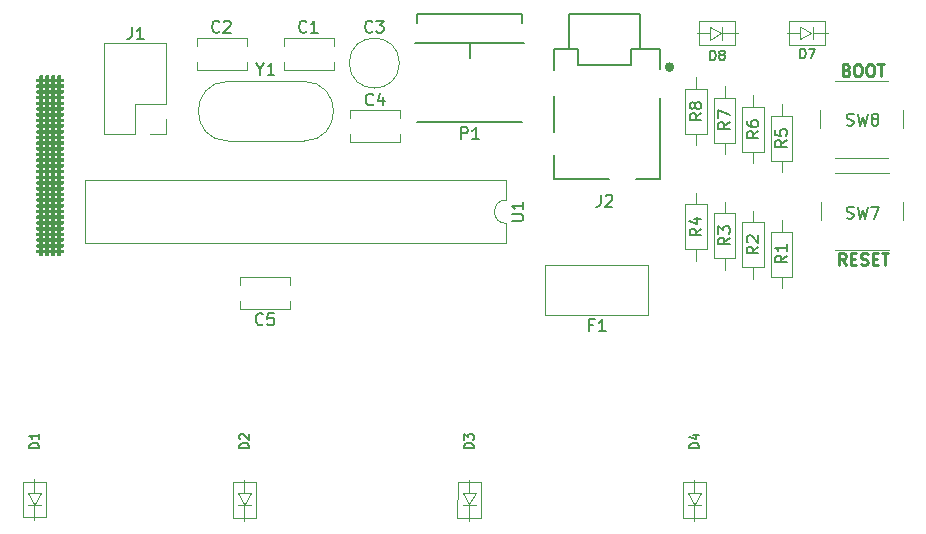
<source format=gbr>
%TF.GenerationSoftware,KiCad,Pcbnew,(5.1.6-0-10_14)*%
%TF.CreationDate,2020-08-01T00:48:29-04:00*%
%TF.ProjectId,pin-check,70696e2d-6368-4656-936b-2e6b69636164,v1.1.0*%
%TF.SameCoordinates,Original*%
%TF.FileFunction,Legend,Top*%
%TF.FilePolarity,Positive*%
%FSLAX46Y46*%
G04 Gerber Fmt 4.6, Leading zero omitted, Abs format (unit mm)*
G04 Created by KiCad (PCBNEW (5.1.6-0-10_14)) date 2020-08-01 00:48:29*
%MOMM*%
%LPD*%
G01*
G04 APERTURE LIST*
%ADD10C,0.250000*%
%ADD11C,0.120000*%
%ADD12C,0.400000*%
%ADD13C,0.127000*%
%ADD14C,0.010000*%
%ADD15C,0.150000*%
G04 APERTURE END LIST*
D10*
X152497619Y-46676380D02*
X152164285Y-46200190D01*
X151926190Y-46676380D02*
X151926190Y-45676380D01*
X152307142Y-45676380D01*
X152402380Y-45724000D01*
X152450000Y-45771619D01*
X152497619Y-45866857D01*
X152497619Y-46009714D01*
X152450000Y-46104952D01*
X152402380Y-46152571D01*
X152307142Y-46200190D01*
X151926190Y-46200190D01*
X152926190Y-46152571D02*
X153259523Y-46152571D01*
X153402380Y-46676380D02*
X152926190Y-46676380D01*
X152926190Y-45676380D01*
X153402380Y-45676380D01*
X153783333Y-46628761D02*
X153926190Y-46676380D01*
X154164285Y-46676380D01*
X154259523Y-46628761D01*
X154307142Y-46581142D01*
X154354761Y-46485904D01*
X154354761Y-46390666D01*
X154307142Y-46295428D01*
X154259523Y-46247809D01*
X154164285Y-46200190D01*
X153973809Y-46152571D01*
X153878571Y-46104952D01*
X153830952Y-46057333D01*
X153783333Y-45962095D01*
X153783333Y-45866857D01*
X153830952Y-45771619D01*
X153878571Y-45724000D01*
X153973809Y-45676380D01*
X154211904Y-45676380D01*
X154354761Y-45724000D01*
X154783333Y-46152571D02*
X155116666Y-46152571D01*
X155259523Y-46676380D02*
X154783333Y-46676380D01*
X154783333Y-45676380D01*
X155259523Y-45676380D01*
X155545238Y-45676380D02*
X156116666Y-45676380D01*
X155830952Y-46676380D02*
X155830952Y-45676380D01*
X152566857Y-30154571D02*
X152709714Y-30202190D01*
X152757333Y-30249809D01*
X152804952Y-30345047D01*
X152804952Y-30487904D01*
X152757333Y-30583142D01*
X152709714Y-30630761D01*
X152614476Y-30678380D01*
X152233523Y-30678380D01*
X152233523Y-29678380D01*
X152566857Y-29678380D01*
X152662095Y-29726000D01*
X152709714Y-29773619D01*
X152757333Y-29868857D01*
X152757333Y-29964095D01*
X152709714Y-30059333D01*
X152662095Y-30106952D01*
X152566857Y-30154571D01*
X152233523Y-30154571D01*
X153424000Y-29678380D02*
X153614476Y-29678380D01*
X153709714Y-29726000D01*
X153804952Y-29821238D01*
X153852571Y-30011714D01*
X153852571Y-30345047D01*
X153804952Y-30535523D01*
X153709714Y-30630761D01*
X153614476Y-30678380D01*
X153424000Y-30678380D01*
X153328761Y-30630761D01*
X153233523Y-30535523D01*
X153185904Y-30345047D01*
X153185904Y-30011714D01*
X153233523Y-29821238D01*
X153328761Y-29726000D01*
X153424000Y-29678380D01*
X154471619Y-29678380D02*
X154662095Y-29678380D01*
X154757333Y-29726000D01*
X154852571Y-29821238D01*
X154900190Y-30011714D01*
X154900190Y-30345047D01*
X154852571Y-30535523D01*
X154757333Y-30630761D01*
X154662095Y-30678380D01*
X154471619Y-30678380D01*
X154376380Y-30630761D01*
X154281142Y-30535523D01*
X154233523Y-30345047D01*
X154233523Y-30011714D01*
X154281142Y-29821238D01*
X154376380Y-29726000D01*
X154471619Y-29678380D01*
X155185904Y-29678380D02*
X155757333Y-29678380D01*
X155471619Y-30678380D02*
X155471619Y-29678380D01*
D11*
%TO.C,R8*%
X139827000Y-30785000D02*
X139827000Y-31735000D01*
X139827000Y-36525000D02*
X139827000Y-35575000D01*
X138907000Y-31735000D02*
X138907000Y-35575000D01*
X140747000Y-31735000D02*
X138907000Y-31735000D01*
X140747000Y-35575000D02*
X140747000Y-31735000D01*
X138907000Y-35575000D02*
X140747000Y-35575000D01*
%TO.C,R7*%
X142240000Y-31547000D02*
X142240000Y-32497000D01*
X142240000Y-37287000D02*
X142240000Y-36337000D01*
X141320000Y-32497000D02*
X141320000Y-36337000D01*
X143160000Y-32497000D02*
X141320000Y-32497000D01*
X143160000Y-36337000D02*
X143160000Y-32497000D01*
X141320000Y-36337000D02*
X143160000Y-36337000D01*
D12*
%TO.C,J2*%
X137780000Y-29922000D02*
G75*
G03*
X137780000Y-29922000I-200000J0D01*
G01*
D13*
X127780000Y-35422000D02*
X127780000Y-32372000D01*
X127780000Y-39422000D02*
X127780000Y-37322000D01*
X132430000Y-39422000D02*
X127780000Y-39422000D01*
X136780000Y-39422000D02*
X134780000Y-39422000D01*
X136780000Y-32522000D02*
X136780000Y-39422000D01*
X135080000Y-25422000D02*
X135080000Y-28422000D01*
X129080000Y-25422000D02*
X135080000Y-25422000D01*
X129080000Y-28422000D02*
X129080000Y-25422000D01*
X127780000Y-28422000D02*
X127780000Y-30172000D01*
X129080000Y-28422000D02*
X127780000Y-28422000D01*
X129830000Y-28422000D02*
X129080000Y-28422000D01*
X129830000Y-29722000D02*
X129830000Y-28422000D01*
X134330000Y-29722000D02*
X129830000Y-29722000D01*
X134330000Y-28422000D02*
X134330000Y-29722000D01*
X135080000Y-28422000D02*
X134330000Y-28422000D01*
X136780000Y-28422000D02*
X135080000Y-28422000D01*
X136780000Y-30122000D02*
X136780000Y-28422000D01*
D14*
%TO.C,G\u002A\u002A\u002A*%
G36*
X83960668Y-30933531D02*
G01*
X84018772Y-30905861D01*
X84074000Y-30903334D01*
X84159326Y-30895074D01*
X84194323Y-30853179D01*
X84201000Y-30755167D01*
X84208079Y-30655620D01*
X84243989Y-30614789D01*
X84328000Y-30607000D01*
X84413326Y-30615260D01*
X84448323Y-30657155D01*
X84455000Y-30755167D01*
X84462079Y-30854715D01*
X84497989Y-30895545D01*
X84582000Y-30903334D01*
X84667326Y-30895074D01*
X84702323Y-30853179D01*
X84709000Y-30755167D01*
X84716079Y-30655620D01*
X84751989Y-30614789D01*
X84836000Y-30607000D01*
X84921326Y-30615260D01*
X84956323Y-30657155D01*
X84963000Y-30755167D01*
X84970079Y-30854715D01*
X85005989Y-30895545D01*
X85090000Y-30903334D01*
X85175326Y-30895074D01*
X85210323Y-30853179D01*
X85217000Y-30755167D01*
X85224079Y-30655620D01*
X85259989Y-30614789D01*
X85344000Y-30607000D01*
X85429326Y-30615260D01*
X85464323Y-30657155D01*
X85471000Y-30755167D01*
X85478079Y-30854715D01*
X85513989Y-30895545D01*
X85598000Y-30903334D01*
X85683326Y-30895074D01*
X85718323Y-30853179D01*
X85725000Y-30755167D01*
X85732079Y-30655620D01*
X85767989Y-30614789D01*
X85852000Y-30607000D01*
X85937326Y-30615260D01*
X85972323Y-30657155D01*
X85979000Y-30755167D01*
X85986079Y-30854715D01*
X86021989Y-30895545D01*
X86106000Y-30903334D01*
X86196763Y-30914724D01*
X86229967Y-30963144D01*
X86233000Y-31009167D01*
X86219331Y-31084803D01*
X86161227Y-31112473D01*
X86106000Y-31115000D01*
X86016045Y-31125490D01*
X85982890Y-31174970D01*
X85979000Y-31242000D01*
X85989489Y-31331955D01*
X86038969Y-31365110D01*
X86106000Y-31369000D01*
X86195954Y-31379490D01*
X86229109Y-31428970D01*
X86233000Y-31496000D01*
X86222510Y-31585955D01*
X86173030Y-31619110D01*
X86106000Y-31623000D01*
X86016045Y-31633490D01*
X85982890Y-31682970D01*
X85979000Y-31750000D01*
X85989489Y-31839955D01*
X86038969Y-31873110D01*
X86106000Y-31877000D01*
X86196763Y-31888391D01*
X86229967Y-31936811D01*
X86233000Y-31982834D01*
X86219331Y-32058470D01*
X86161227Y-32086140D01*
X86106000Y-32088667D01*
X86016045Y-32099157D01*
X85982890Y-32148637D01*
X85979000Y-32215667D01*
X85989489Y-32305621D01*
X86038969Y-32338776D01*
X86106000Y-32342667D01*
X86196763Y-32354058D01*
X86229967Y-32402478D01*
X86233000Y-32448500D01*
X86219331Y-32524137D01*
X86161227Y-32551806D01*
X86106000Y-32554334D01*
X86020673Y-32562594D01*
X85985676Y-32604489D01*
X85979000Y-32702500D01*
X85986079Y-32802048D01*
X86021989Y-32842878D01*
X86106000Y-32850667D01*
X86196763Y-32862058D01*
X86229967Y-32910478D01*
X86233000Y-32956500D01*
X86219331Y-33032137D01*
X86161227Y-33059806D01*
X86106000Y-33062334D01*
X86016045Y-33072823D01*
X85982890Y-33122304D01*
X85979000Y-33189334D01*
X85989489Y-33279288D01*
X86038969Y-33312443D01*
X86106000Y-33316334D01*
X86196763Y-33327724D01*
X86229967Y-33376144D01*
X86233000Y-33422167D01*
X86219331Y-33497803D01*
X86161227Y-33525473D01*
X86106000Y-33528000D01*
X86016045Y-33538490D01*
X85982890Y-33587970D01*
X85979000Y-33655000D01*
X85989489Y-33744955D01*
X86038969Y-33778110D01*
X86106000Y-33782000D01*
X86195954Y-33792490D01*
X86229109Y-33841970D01*
X86233000Y-33909000D01*
X86222510Y-33998955D01*
X86173030Y-34032110D01*
X86106000Y-34036000D01*
X86016045Y-34046490D01*
X85982890Y-34095970D01*
X85979000Y-34163000D01*
X85989489Y-34252955D01*
X86038969Y-34286110D01*
X86106000Y-34290000D01*
X86196763Y-34301391D01*
X86229967Y-34349811D01*
X86233000Y-34395834D01*
X86219331Y-34471470D01*
X86161227Y-34499140D01*
X86106000Y-34501667D01*
X86016045Y-34512157D01*
X85982890Y-34561637D01*
X85979000Y-34628667D01*
X85989489Y-34718621D01*
X86038969Y-34751776D01*
X86106000Y-34755667D01*
X86196763Y-34767058D01*
X86229967Y-34815478D01*
X86233000Y-34861500D01*
X86219331Y-34937137D01*
X86161227Y-34964806D01*
X86106000Y-34967334D01*
X86020673Y-34975594D01*
X85985676Y-35017489D01*
X85979000Y-35115500D01*
X85986079Y-35215048D01*
X86021989Y-35255878D01*
X86106000Y-35263667D01*
X86196763Y-35275058D01*
X86229967Y-35323478D01*
X86233000Y-35369500D01*
X86219331Y-35445137D01*
X86161227Y-35472806D01*
X86106000Y-35475334D01*
X86016045Y-35485823D01*
X85982890Y-35535304D01*
X85979000Y-35602334D01*
X85989489Y-35692288D01*
X86038969Y-35725443D01*
X86106000Y-35729334D01*
X86196763Y-35740724D01*
X86229967Y-35789144D01*
X86233000Y-35835167D01*
X86219331Y-35910803D01*
X86161227Y-35938473D01*
X86106000Y-35941000D01*
X86016045Y-35951490D01*
X85982890Y-36000970D01*
X85979000Y-36068000D01*
X85989489Y-36157955D01*
X86038969Y-36191110D01*
X86106000Y-36195000D01*
X86195954Y-36205490D01*
X86229109Y-36254970D01*
X86233000Y-36322000D01*
X86222510Y-36411955D01*
X86173030Y-36445110D01*
X86106000Y-36449000D01*
X86015236Y-36460391D01*
X85982032Y-36508811D01*
X85979000Y-36554834D01*
X85992668Y-36630470D01*
X86050772Y-36658140D01*
X86106000Y-36660667D01*
X86195954Y-36671157D01*
X86229109Y-36720637D01*
X86233000Y-36787667D01*
X86222510Y-36877621D01*
X86173030Y-36910776D01*
X86106000Y-36914667D01*
X86016045Y-36925157D01*
X85982890Y-36974637D01*
X85979000Y-37041667D01*
X85989489Y-37131621D01*
X86038969Y-37164776D01*
X86106000Y-37168667D01*
X86196763Y-37180058D01*
X86229967Y-37228478D01*
X86233000Y-37274500D01*
X86219331Y-37350137D01*
X86161227Y-37377806D01*
X86106000Y-37380334D01*
X86016045Y-37390823D01*
X85982890Y-37440304D01*
X85979000Y-37507334D01*
X85989489Y-37597288D01*
X86038969Y-37630443D01*
X86106000Y-37634334D01*
X86195954Y-37644823D01*
X86229109Y-37694304D01*
X86233000Y-37761334D01*
X86222510Y-37851288D01*
X86173030Y-37884443D01*
X86106000Y-37888334D01*
X86016045Y-37898823D01*
X85982890Y-37948304D01*
X85979000Y-38015334D01*
X85989489Y-38105288D01*
X86038969Y-38138443D01*
X86106000Y-38142334D01*
X86196763Y-38153724D01*
X86229967Y-38202144D01*
X86233000Y-38248167D01*
X86219331Y-38323803D01*
X86161227Y-38351473D01*
X86106000Y-38354000D01*
X86016045Y-38364490D01*
X85982890Y-38413970D01*
X85979000Y-38481000D01*
X85989489Y-38570955D01*
X86038969Y-38604110D01*
X86106000Y-38608000D01*
X86196763Y-38619391D01*
X86229967Y-38667811D01*
X86233000Y-38713834D01*
X86219331Y-38789470D01*
X86161227Y-38817140D01*
X86106000Y-38819667D01*
X86020673Y-38827927D01*
X85985676Y-38869822D01*
X85979000Y-38967834D01*
X85986079Y-39067381D01*
X86021989Y-39108212D01*
X86106000Y-39116000D01*
X86196763Y-39127391D01*
X86229967Y-39175811D01*
X86233000Y-39221834D01*
X86219331Y-39297470D01*
X86161227Y-39325140D01*
X86106000Y-39327667D01*
X86016045Y-39338157D01*
X85982890Y-39387637D01*
X85979000Y-39454667D01*
X85989489Y-39544621D01*
X86038969Y-39577776D01*
X86106000Y-39581667D01*
X86196763Y-39593058D01*
X86229967Y-39641478D01*
X86233000Y-39687500D01*
X86219331Y-39763137D01*
X86161227Y-39790806D01*
X86106000Y-39793334D01*
X86016045Y-39803823D01*
X85982890Y-39853304D01*
X85979000Y-39920334D01*
X85989489Y-40010288D01*
X86038969Y-40043443D01*
X86106000Y-40047334D01*
X86195954Y-40057823D01*
X86229109Y-40107304D01*
X86233000Y-40174334D01*
X86222510Y-40264288D01*
X86173030Y-40297443D01*
X86106000Y-40301334D01*
X86016045Y-40311823D01*
X85982890Y-40361304D01*
X85979000Y-40428334D01*
X85989489Y-40518288D01*
X86038969Y-40551443D01*
X86106000Y-40555334D01*
X86196763Y-40566724D01*
X86229967Y-40615144D01*
X86233000Y-40661167D01*
X86219331Y-40736803D01*
X86161227Y-40764473D01*
X86106000Y-40767000D01*
X86016045Y-40777490D01*
X85982890Y-40826970D01*
X85979000Y-40894000D01*
X85989489Y-40983955D01*
X86038969Y-41017110D01*
X86106000Y-41021000D01*
X86196763Y-41032391D01*
X86229967Y-41080811D01*
X86233000Y-41126834D01*
X86219331Y-41202470D01*
X86161227Y-41230140D01*
X86106000Y-41232667D01*
X86020673Y-41240927D01*
X85985676Y-41282822D01*
X85979000Y-41380834D01*
X85986079Y-41480381D01*
X86021989Y-41521212D01*
X86106000Y-41529000D01*
X86196763Y-41540391D01*
X86229967Y-41588811D01*
X86233000Y-41634834D01*
X86219331Y-41710470D01*
X86161227Y-41738140D01*
X86106000Y-41740667D01*
X86016045Y-41751157D01*
X85982890Y-41800637D01*
X85979000Y-41867667D01*
X85989489Y-41957621D01*
X86038969Y-41990776D01*
X86106000Y-41994667D01*
X86196763Y-42006058D01*
X86229967Y-42054478D01*
X86233000Y-42100500D01*
X86219331Y-42176137D01*
X86161227Y-42203806D01*
X86106000Y-42206334D01*
X86016045Y-42216823D01*
X85982890Y-42266304D01*
X85979000Y-42333334D01*
X85989489Y-42423288D01*
X86038969Y-42456443D01*
X86106000Y-42460334D01*
X86195954Y-42470823D01*
X86229109Y-42520304D01*
X86233000Y-42587334D01*
X86222510Y-42677288D01*
X86173030Y-42710443D01*
X86106000Y-42714334D01*
X86016045Y-42724823D01*
X85982890Y-42774304D01*
X85979000Y-42841334D01*
X85989489Y-42931288D01*
X86038969Y-42964443D01*
X86106000Y-42968334D01*
X86196763Y-42979724D01*
X86229967Y-43028144D01*
X86233000Y-43074167D01*
X86219331Y-43149803D01*
X86161227Y-43177473D01*
X86106000Y-43180000D01*
X86016045Y-43190490D01*
X85982890Y-43239970D01*
X85979000Y-43307000D01*
X85989489Y-43396955D01*
X86038969Y-43430110D01*
X86106000Y-43434000D01*
X86195954Y-43444490D01*
X86229109Y-43493970D01*
X86233000Y-43561000D01*
X86222510Y-43650955D01*
X86173030Y-43684110D01*
X86106000Y-43688000D01*
X86016045Y-43698490D01*
X85982890Y-43747970D01*
X85979000Y-43815000D01*
X85989489Y-43904955D01*
X86038969Y-43938110D01*
X86106000Y-43942000D01*
X86196763Y-43953391D01*
X86229967Y-44001811D01*
X86233000Y-44047834D01*
X86219331Y-44123470D01*
X86161227Y-44151140D01*
X86106000Y-44153667D01*
X86016045Y-44164157D01*
X85982890Y-44213637D01*
X85979000Y-44280667D01*
X85989489Y-44370621D01*
X86038969Y-44403776D01*
X86106000Y-44407667D01*
X86196763Y-44419058D01*
X86229967Y-44467478D01*
X86233000Y-44513500D01*
X86219331Y-44589137D01*
X86161227Y-44616806D01*
X86106000Y-44619334D01*
X86020673Y-44627594D01*
X85985676Y-44669489D01*
X85979000Y-44767500D01*
X85986079Y-44867048D01*
X86021989Y-44907878D01*
X86106000Y-44915667D01*
X86196763Y-44927058D01*
X86229967Y-44975478D01*
X86233000Y-45021500D01*
X86219331Y-45097137D01*
X86161227Y-45124806D01*
X86106000Y-45127334D01*
X86016045Y-45137823D01*
X85982890Y-45187304D01*
X85979000Y-45254334D01*
X85989489Y-45344288D01*
X86038969Y-45377443D01*
X86106000Y-45381334D01*
X86196763Y-45392724D01*
X86229967Y-45441144D01*
X86233000Y-45487167D01*
X86219331Y-45562803D01*
X86161227Y-45590473D01*
X86106000Y-45593000D01*
X86016045Y-45603490D01*
X85982890Y-45652970D01*
X85979000Y-45720000D01*
X85968510Y-45809955D01*
X85919030Y-45843110D01*
X85852000Y-45847000D01*
X85762045Y-45836511D01*
X85728890Y-45787031D01*
X85725000Y-45720000D01*
X85714510Y-45630046D01*
X85665030Y-45596891D01*
X85598000Y-45593000D01*
X85598000Y-45381334D01*
X85687954Y-45370844D01*
X85721109Y-45321364D01*
X85725000Y-45254334D01*
X85714510Y-45164380D01*
X85665030Y-45131225D01*
X85598000Y-45127334D01*
X85598000Y-44915667D01*
X85683326Y-44907407D01*
X85718323Y-44865512D01*
X85725000Y-44767500D01*
X85717920Y-44667953D01*
X85682010Y-44627123D01*
X85598000Y-44619334D01*
X85598000Y-44407667D01*
X85687954Y-44397178D01*
X85721109Y-44347697D01*
X85725000Y-44280667D01*
X85714510Y-44190713D01*
X85665030Y-44157558D01*
X85598000Y-44153667D01*
X85598000Y-43942000D01*
X85687954Y-43931511D01*
X85721109Y-43882031D01*
X85725000Y-43815000D01*
X85714510Y-43725046D01*
X85665030Y-43691891D01*
X85598000Y-43688000D01*
X85598000Y-43434000D01*
X85687954Y-43423511D01*
X85721109Y-43374031D01*
X85725000Y-43307000D01*
X85714510Y-43217046D01*
X85665030Y-43183891D01*
X85598000Y-43180000D01*
X85598000Y-42968334D01*
X85687954Y-42957844D01*
X85721109Y-42908364D01*
X85725000Y-42841334D01*
X85714510Y-42751380D01*
X85665030Y-42718225D01*
X85598000Y-42714334D01*
X85598000Y-42460334D01*
X85687954Y-42449844D01*
X85721109Y-42400364D01*
X85725000Y-42333334D01*
X85714510Y-42243380D01*
X85665030Y-42210225D01*
X85598000Y-42206334D01*
X85598000Y-41994667D01*
X85687954Y-41984178D01*
X85721109Y-41934697D01*
X85725000Y-41867667D01*
X85714510Y-41777713D01*
X85665030Y-41744558D01*
X85598000Y-41740667D01*
X85598000Y-41529000D01*
X85683326Y-41520741D01*
X85718323Y-41478846D01*
X85725000Y-41380834D01*
X85717920Y-41281286D01*
X85682010Y-41240456D01*
X85598000Y-41232667D01*
X85598000Y-41021000D01*
X85687954Y-41010511D01*
X85721109Y-40961031D01*
X85725000Y-40894000D01*
X85714510Y-40804046D01*
X85665030Y-40770891D01*
X85598000Y-40767000D01*
X85598000Y-40555334D01*
X85687954Y-40544844D01*
X85721109Y-40495364D01*
X85725000Y-40428334D01*
X85714510Y-40338380D01*
X85665030Y-40305225D01*
X85598000Y-40301334D01*
X85598000Y-40047334D01*
X85687954Y-40036844D01*
X85721109Y-39987364D01*
X85725000Y-39920334D01*
X85714510Y-39830380D01*
X85665030Y-39797225D01*
X85598000Y-39793334D01*
X85598000Y-39581667D01*
X85687954Y-39571178D01*
X85721109Y-39521697D01*
X85725000Y-39454667D01*
X85714510Y-39364713D01*
X85665030Y-39331558D01*
X85598000Y-39327667D01*
X85598000Y-39116000D01*
X85683326Y-39107741D01*
X85718323Y-39065846D01*
X85725000Y-38967834D01*
X85717920Y-38868286D01*
X85682010Y-38827456D01*
X85598000Y-38819667D01*
X85598000Y-38608000D01*
X85687954Y-38597511D01*
X85721109Y-38548031D01*
X85725000Y-38481000D01*
X85714510Y-38391046D01*
X85665030Y-38357891D01*
X85598000Y-38354000D01*
X85598000Y-38142334D01*
X85687954Y-38131844D01*
X85721109Y-38082364D01*
X85725000Y-38015334D01*
X85714510Y-37925380D01*
X85665030Y-37892225D01*
X85598000Y-37888334D01*
X85598000Y-37634334D01*
X85687954Y-37623844D01*
X85721109Y-37574364D01*
X85725000Y-37507334D01*
X85714510Y-37417380D01*
X85665030Y-37384225D01*
X85598000Y-37380334D01*
X85598000Y-37168667D01*
X85687954Y-37158178D01*
X85721109Y-37108697D01*
X85725000Y-37041667D01*
X85714510Y-36951713D01*
X85665030Y-36918558D01*
X85598000Y-36914667D01*
X85598000Y-36660667D01*
X85688763Y-36649277D01*
X85721967Y-36600857D01*
X85725000Y-36554834D01*
X85711331Y-36479198D01*
X85653227Y-36451528D01*
X85598000Y-36449000D01*
X85598000Y-36195000D01*
X85687954Y-36184511D01*
X85721109Y-36135031D01*
X85725000Y-36068000D01*
X85714510Y-35978046D01*
X85665030Y-35944891D01*
X85598000Y-35941000D01*
X85598000Y-35729334D01*
X85687954Y-35718844D01*
X85721109Y-35669364D01*
X85725000Y-35602334D01*
X85714510Y-35512380D01*
X85665030Y-35479225D01*
X85598000Y-35475334D01*
X85598000Y-35263667D01*
X85683326Y-35255407D01*
X85718323Y-35213512D01*
X85725000Y-35115500D01*
X85717920Y-35015953D01*
X85682010Y-34975123D01*
X85598000Y-34967334D01*
X85598000Y-34755667D01*
X85687954Y-34745178D01*
X85721109Y-34695697D01*
X85725000Y-34628667D01*
X85714510Y-34538713D01*
X85665030Y-34505558D01*
X85598000Y-34501667D01*
X85598000Y-34290000D01*
X85687954Y-34279511D01*
X85721109Y-34230031D01*
X85725000Y-34163000D01*
X85714510Y-34073046D01*
X85665030Y-34039891D01*
X85598000Y-34036000D01*
X85598000Y-33782000D01*
X85687954Y-33771511D01*
X85721109Y-33722031D01*
X85725000Y-33655000D01*
X85714510Y-33565046D01*
X85665030Y-33531891D01*
X85598000Y-33528000D01*
X85598000Y-33316334D01*
X85687954Y-33305844D01*
X85721109Y-33256364D01*
X85725000Y-33189334D01*
X85714510Y-33099380D01*
X85665030Y-33066225D01*
X85598000Y-33062334D01*
X85598000Y-32850667D01*
X85683326Y-32842407D01*
X85718323Y-32800512D01*
X85725000Y-32702500D01*
X85717920Y-32602953D01*
X85682010Y-32562123D01*
X85598000Y-32554334D01*
X85598000Y-32342667D01*
X85687954Y-32332178D01*
X85721109Y-32282697D01*
X85725000Y-32215667D01*
X85714510Y-32125713D01*
X85665030Y-32092558D01*
X85598000Y-32088667D01*
X85598000Y-31877000D01*
X85687954Y-31866511D01*
X85721109Y-31817031D01*
X85725000Y-31750000D01*
X85714510Y-31660046D01*
X85665030Y-31626891D01*
X85598000Y-31623000D01*
X85598000Y-31369000D01*
X85687954Y-31358511D01*
X85721109Y-31309031D01*
X85725000Y-31242000D01*
X85714510Y-31152046D01*
X85665030Y-31118891D01*
X85598000Y-31115000D01*
X85508045Y-31125490D01*
X85474890Y-31174970D01*
X85471000Y-31242000D01*
X85481489Y-31331955D01*
X85530969Y-31365110D01*
X85598000Y-31369000D01*
X85598000Y-31623000D01*
X85508045Y-31633490D01*
X85474890Y-31682970D01*
X85471000Y-31750000D01*
X85481489Y-31839955D01*
X85530969Y-31873110D01*
X85598000Y-31877000D01*
X85598000Y-32088667D01*
X85508045Y-32099157D01*
X85474890Y-32148637D01*
X85471000Y-32215667D01*
X85481489Y-32305621D01*
X85530969Y-32338776D01*
X85598000Y-32342667D01*
X85598000Y-32554334D01*
X85512673Y-32562594D01*
X85477676Y-32604489D01*
X85471000Y-32702500D01*
X85478079Y-32802048D01*
X85513989Y-32842878D01*
X85598000Y-32850667D01*
X85598000Y-33062334D01*
X85508045Y-33072823D01*
X85474890Y-33122304D01*
X85471000Y-33189334D01*
X85481489Y-33279288D01*
X85530969Y-33312443D01*
X85598000Y-33316334D01*
X85598000Y-33528000D01*
X85508045Y-33538490D01*
X85474890Y-33587970D01*
X85471000Y-33655000D01*
X85481489Y-33744955D01*
X85530969Y-33778110D01*
X85598000Y-33782000D01*
X85598000Y-34036000D01*
X85508045Y-34046490D01*
X85474890Y-34095970D01*
X85471000Y-34163000D01*
X85481489Y-34252955D01*
X85530969Y-34286110D01*
X85598000Y-34290000D01*
X85598000Y-34501667D01*
X85508045Y-34512157D01*
X85474890Y-34561637D01*
X85471000Y-34628667D01*
X85481489Y-34718621D01*
X85530969Y-34751776D01*
X85598000Y-34755667D01*
X85598000Y-34967334D01*
X85512673Y-34975594D01*
X85477676Y-35017489D01*
X85471000Y-35115500D01*
X85478079Y-35215048D01*
X85513989Y-35255878D01*
X85598000Y-35263667D01*
X85598000Y-35475334D01*
X85508045Y-35485823D01*
X85474890Y-35535304D01*
X85471000Y-35602334D01*
X85481489Y-35692288D01*
X85530969Y-35725443D01*
X85598000Y-35729334D01*
X85598000Y-35941000D01*
X85508045Y-35951490D01*
X85474890Y-36000970D01*
X85471000Y-36068000D01*
X85481489Y-36157955D01*
X85530969Y-36191110D01*
X85598000Y-36195000D01*
X85598000Y-36449000D01*
X85507236Y-36460391D01*
X85474032Y-36508811D01*
X85471000Y-36554834D01*
X85484668Y-36630470D01*
X85542772Y-36658140D01*
X85598000Y-36660667D01*
X85598000Y-36914667D01*
X85508045Y-36925157D01*
X85474890Y-36974637D01*
X85471000Y-37041667D01*
X85481489Y-37131621D01*
X85530969Y-37164776D01*
X85598000Y-37168667D01*
X85598000Y-37380334D01*
X85508045Y-37390823D01*
X85474890Y-37440304D01*
X85471000Y-37507334D01*
X85481489Y-37597288D01*
X85530969Y-37630443D01*
X85598000Y-37634334D01*
X85598000Y-37888334D01*
X85508045Y-37898823D01*
X85474890Y-37948304D01*
X85471000Y-38015334D01*
X85481489Y-38105288D01*
X85530969Y-38138443D01*
X85598000Y-38142334D01*
X85598000Y-38354000D01*
X85508045Y-38364490D01*
X85474890Y-38413970D01*
X85471000Y-38481000D01*
X85481489Y-38570955D01*
X85530969Y-38604110D01*
X85598000Y-38608000D01*
X85598000Y-38819667D01*
X85512673Y-38827927D01*
X85477676Y-38869822D01*
X85471000Y-38967834D01*
X85478079Y-39067381D01*
X85513989Y-39108212D01*
X85598000Y-39116000D01*
X85598000Y-39327667D01*
X85508045Y-39338157D01*
X85474890Y-39387637D01*
X85471000Y-39454667D01*
X85481489Y-39544621D01*
X85530969Y-39577776D01*
X85598000Y-39581667D01*
X85598000Y-39793334D01*
X85508045Y-39803823D01*
X85474890Y-39853304D01*
X85471000Y-39920334D01*
X85481489Y-40010288D01*
X85530969Y-40043443D01*
X85598000Y-40047334D01*
X85598000Y-40301334D01*
X85508045Y-40311823D01*
X85474890Y-40361304D01*
X85471000Y-40428334D01*
X85481489Y-40518288D01*
X85530969Y-40551443D01*
X85598000Y-40555334D01*
X85598000Y-40767000D01*
X85508045Y-40777490D01*
X85474890Y-40826970D01*
X85471000Y-40894000D01*
X85481489Y-40983955D01*
X85530969Y-41017110D01*
X85598000Y-41021000D01*
X85598000Y-41232667D01*
X85512673Y-41240927D01*
X85477676Y-41282822D01*
X85471000Y-41380834D01*
X85478079Y-41480381D01*
X85513989Y-41521212D01*
X85598000Y-41529000D01*
X85598000Y-41740667D01*
X85508045Y-41751157D01*
X85474890Y-41800637D01*
X85471000Y-41867667D01*
X85481489Y-41957621D01*
X85530969Y-41990776D01*
X85598000Y-41994667D01*
X85598000Y-42206334D01*
X85508045Y-42216823D01*
X85474890Y-42266304D01*
X85471000Y-42333334D01*
X85481489Y-42423288D01*
X85530969Y-42456443D01*
X85598000Y-42460334D01*
X85598000Y-42714334D01*
X85508045Y-42724823D01*
X85474890Y-42774304D01*
X85471000Y-42841334D01*
X85481489Y-42931288D01*
X85530969Y-42964443D01*
X85598000Y-42968334D01*
X85598000Y-43180000D01*
X85508045Y-43190490D01*
X85474890Y-43239970D01*
X85471000Y-43307000D01*
X85481489Y-43396955D01*
X85530969Y-43430110D01*
X85598000Y-43434000D01*
X85598000Y-43688000D01*
X85508045Y-43698490D01*
X85474890Y-43747970D01*
X85471000Y-43815000D01*
X85481489Y-43904955D01*
X85530969Y-43938110D01*
X85598000Y-43942000D01*
X85598000Y-44153667D01*
X85508045Y-44164157D01*
X85474890Y-44213637D01*
X85471000Y-44280667D01*
X85481489Y-44370621D01*
X85530969Y-44403776D01*
X85598000Y-44407667D01*
X85598000Y-44619334D01*
X85512673Y-44627594D01*
X85477676Y-44669489D01*
X85471000Y-44767500D01*
X85478079Y-44867048D01*
X85513989Y-44907878D01*
X85598000Y-44915667D01*
X85598000Y-45127334D01*
X85508045Y-45137823D01*
X85474890Y-45187304D01*
X85471000Y-45254334D01*
X85481489Y-45344288D01*
X85530969Y-45377443D01*
X85598000Y-45381334D01*
X85598000Y-45593000D01*
X85508045Y-45603490D01*
X85474890Y-45652970D01*
X85471000Y-45720000D01*
X85460510Y-45809955D01*
X85411030Y-45843110D01*
X85344000Y-45847000D01*
X85254045Y-45836511D01*
X85220890Y-45787031D01*
X85217000Y-45720000D01*
X85206510Y-45630046D01*
X85157030Y-45596891D01*
X85090000Y-45593000D01*
X85090000Y-45381334D01*
X85179954Y-45370844D01*
X85213109Y-45321364D01*
X85217000Y-45254334D01*
X85206510Y-45164380D01*
X85157030Y-45131225D01*
X85090000Y-45127334D01*
X85090000Y-44915667D01*
X85175326Y-44907407D01*
X85210323Y-44865512D01*
X85217000Y-44767500D01*
X85209920Y-44667953D01*
X85174010Y-44627123D01*
X85090000Y-44619334D01*
X85090000Y-44407667D01*
X85179954Y-44397178D01*
X85213109Y-44347697D01*
X85217000Y-44280667D01*
X85206510Y-44190713D01*
X85157030Y-44157558D01*
X85090000Y-44153667D01*
X85090000Y-43942000D01*
X85179954Y-43931511D01*
X85213109Y-43882031D01*
X85217000Y-43815000D01*
X85206510Y-43725046D01*
X85157030Y-43691891D01*
X85090000Y-43688000D01*
X85090000Y-43434000D01*
X85179954Y-43423511D01*
X85213109Y-43374031D01*
X85217000Y-43307000D01*
X85206510Y-43217046D01*
X85157030Y-43183891D01*
X85090000Y-43180000D01*
X85090000Y-42968334D01*
X85179954Y-42957844D01*
X85213109Y-42908364D01*
X85217000Y-42841334D01*
X85206510Y-42751380D01*
X85157030Y-42718225D01*
X85090000Y-42714334D01*
X85090000Y-42460334D01*
X85179954Y-42449844D01*
X85213109Y-42400364D01*
X85217000Y-42333334D01*
X85206510Y-42243380D01*
X85157030Y-42210225D01*
X85090000Y-42206334D01*
X85090000Y-41994667D01*
X85179954Y-41984178D01*
X85213109Y-41934697D01*
X85217000Y-41867667D01*
X85206510Y-41777713D01*
X85157030Y-41744558D01*
X85090000Y-41740667D01*
X85090000Y-41529000D01*
X85175326Y-41520741D01*
X85210323Y-41478846D01*
X85217000Y-41380834D01*
X85209920Y-41281286D01*
X85174010Y-41240456D01*
X85090000Y-41232667D01*
X85090000Y-41021000D01*
X85179954Y-41010511D01*
X85213109Y-40961031D01*
X85217000Y-40894000D01*
X85206510Y-40804046D01*
X85157030Y-40770891D01*
X85090000Y-40767000D01*
X85090000Y-40555334D01*
X85179954Y-40544844D01*
X85213109Y-40495364D01*
X85217000Y-40428334D01*
X85206510Y-40338380D01*
X85157030Y-40305225D01*
X85090000Y-40301334D01*
X85090000Y-40047334D01*
X85179954Y-40036844D01*
X85213109Y-39987364D01*
X85217000Y-39920334D01*
X85206510Y-39830380D01*
X85157030Y-39797225D01*
X85090000Y-39793334D01*
X85090000Y-39581667D01*
X85179954Y-39571178D01*
X85213109Y-39521697D01*
X85217000Y-39454667D01*
X85206510Y-39364713D01*
X85157030Y-39331558D01*
X85090000Y-39327667D01*
X85090000Y-39116000D01*
X85175326Y-39107741D01*
X85210323Y-39065846D01*
X85217000Y-38967834D01*
X85209920Y-38868286D01*
X85174010Y-38827456D01*
X85090000Y-38819667D01*
X85090000Y-38608000D01*
X85179954Y-38597511D01*
X85213109Y-38548031D01*
X85217000Y-38481000D01*
X85206510Y-38391046D01*
X85157030Y-38357891D01*
X85090000Y-38354000D01*
X85090000Y-38142334D01*
X85179954Y-38131844D01*
X85213109Y-38082364D01*
X85217000Y-38015334D01*
X85206510Y-37925380D01*
X85157030Y-37892225D01*
X85090000Y-37888334D01*
X85090000Y-37634334D01*
X85179954Y-37623844D01*
X85213109Y-37574364D01*
X85217000Y-37507334D01*
X85206510Y-37417380D01*
X85157030Y-37384225D01*
X85090000Y-37380334D01*
X85090000Y-37168667D01*
X85179954Y-37158178D01*
X85213109Y-37108697D01*
X85217000Y-37041667D01*
X85206510Y-36951713D01*
X85157030Y-36918558D01*
X85090000Y-36914667D01*
X85090000Y-36660667D01*
X85180763Y-36649277D01*
X85213967Y-36600857D01*
X85217000Y-36554834D01*
X85203331Y-36479198D01*
X85145227Y-36451528D01*
X85090000Y-36449000D01*
X85090000Y-36195000D01*
X85179954Y-36184511D01*
X85213109Y-36135031D01*
X85217000Y-36068000D01*
X85206510Y-35978046D01*
X85157030Y-35944891D01*
X85090000Y-35941000D01*
X85090000Y-35729334D01*
X85179954Y-35718844D01*
X85213109Y-35669364D01*
X85217000Y-35602334D01*
X85206510Y-35512380D01*
X85157030Y-35479225D01*
X85090000Y-35475334D01*
X85090000Y-35263667D01*
X85175326Y-35255407D01*
X85210323Y-35213512D01*
X85217000Y-35115500D01*
X85209920Y-35015953D01*
X85174010Y-34975123D01*
X85090000Y-34967334D01*
X85090000Y-34755667D01*
X85179954Y-34745178D01*
X85213109Y-34695697D01*
X85217000Y-34628667D01*
X85206510Y-34538713D01*
X85157030Y-34505558D01*
X85090000Y-34501667D01*
X85090000Y-34290000D01*
X85179954Y-34279511D01*
X85213109Y-34230031D01*
X85217000Y-34163000D01*
X85206510Y-34073046D01*
X85157030Y-34039891D01*
X85090000Y-34036000D01*
X85090000Y-33782000D01*
X85179954Y-33771511D01*
X85213109Y-33722031D01*
X85217000Y-33655000D01*
X85206510Y-33565046D01*
X85157030Y-33531891D01*
X85090000Y-33528000D01*
X85090000Y-33316334D01*
X85179954Y-33305844D01*
X85213109Y-33256364D01*
X85217000Y-33189334D01*
X85206510Y-33099380D01*
X85157030Y-33066225D01*
X85090000Y-33062334D01*
X85090000Y-32850667D01*
X85175326Y-32842407D01*
X85210323Y-32800512D01*
X85217000Y-32702500D01*
X85209920Y-32602953D01*
X85174010Y-32562123D01*
X85090000Y-32554334D01*
X85090000Y-32342667D01*
X85179954Y-32332178D01*
X85213109Y-32282697D01*
X85217000Y-32215667D01*
X85206510Y-32125713D01*
X85157030Y-32092558D01*
X85090000Y-32088667D01*
X85090000Y-31877000D01*
X85179954Y-31866511D01*
X85213109Y-31817031D01*
X85217000Y-31750000D01*
X85206510Y-31660046D01*
X85157030Y-31626891D01*
X85090000Y-31623000D01*
X85090000Y-31369000D01*
X85179954Y-31358511D01*
X85213109Y-31309031D01*
X85217000Y-31242000D01*
X85206510Y-31152046D01*
X85157030Y-31118891D01*
X85090000Y-31115000D01*
X85000045Y-31125490D01*
X84966890Y-31174970D01*
X84963000Y-31242000D01*
X84973489Y-31331955D01*
X85022969Y-31365110D01*
X85090000Y-31369000D01*
X85090000Y-31623000D01*
X85000045Y-31633490D01*
X84966890Y-31682970D01*
X84963000Y-31750000D01*
X84973489Y-31839955D01*
X85022969Y-31873110D01*
X85090000Y-31877000D01*
X85090000Y-32088667D01*
X85000045Y-32099157D01*
X84966890Y-32148637D01*
X84963000Y-32215667D01*
X84973489Y-32305621D01*
X85022969Y-32338776D01*
X85090000Y-32342667D01*
X85090000Y-32554334D01*
X85004673Y-32562594D01*
X84969676Y-32604489D01*
X84963000Y-32702500D01*
X84970079Y-32802048D01*
X85005989Y-32842878D01*
X85090000Y-32850667D01*
X85090000Y-33062334D01*
X85000045Y-33072823D01*
X84966890Y-33122304D01*
X84963000Y-33189334D01*
X84973489Y-33279288D01*
X85022969Y-33312443D01*
X85090000Y-33316334D01*
X85090000Y-33528000D01*
X85000045Y-33538490D01*
X84966890Y-33587970D01*
X84963000Y-33655000D01*
X84973489Y-33744955D01*
X85022969Y-33778110D01*
X85090000Y-33782000D01*
X85090000Y-34036000D01*
X85000045Y-34046490D01*
X84966890Y-34095970D01*
X84963000Y-34163000D01*
X84973489Y-34252955D01*
X85022969Y-34286110D01*
X85090000Y-34290000D01*
X85090000Y-34501667D01*
X85000045Y-34512157D01*
X84966890Y-34561637D01*
X84963000Y-34628667D01*
X84973489Y-34718621D01*
X85022969Y-34751776D01*
X85090000Y-34755667D01*
X85090000Y-34967334D01*
X85004673Y-34975594D01*
X84969676Y-35017489D01*
X84963000Y-35115500D01*
X84970079Y-35215048D01*
X85005989Y-35255878D01*
X85090000Y-35263667D01*
X85090000Y-35475334D01*
X85000045Y-35485823D01*
X84966890Y-35535304D01*
X84963000Y-35602334D01*
X84973489Y-35692288D01*
X85022969Y-35725443D01*
X85090000Y-35729334D01*
X85090000Y-35941000D01*
X85000045Y-35951490D01*
X84966890Y-36000970D01*
X84963000Y-36068000D01*
X84973489Y-36157955D01*
X85022969Y-36191110D01*
X85090000Y-36195000D01*
X85090000Y-36449000D01*
X84999236Y-36460391D01*
X84966032Y-36508811D01*
X84963000Y-36554834D01*
X84976668Y-36630470D01*
X85034772Y-36658140D01*
X85090000Y-36660667D01*
X85090000Y-36914667D01*
X85000045Y-36925157D01*
X84966890Y-36974637D01*
X84963000Y-37041667D01*
X84973489Y-37131621D01*
X85022969Y-37164776D01*
X85090000Y-37168667D01*
X85090000Y-37380334D01*
X85000045Y-37390823D01*
X84966890Y-37440304D01*
X84963000Y-37507334D01*
X84973489Y-37597288D01*
X85022969Y-37630443D01*
X85090000Y-37634334D01*
X85090000Y-37888334D01*
X85000045Y-37898823D01*
X84966890Y-37948304D01*
X84963000Y-38015334D01*
X84973489Y-38105288D01*
X85022969Y-38138443D01*
X85090000Y-38142334D01*
X85090000Y-38354000D01*
X85000045Y-38364490D01*
X84966890Y-38413970D01*
X84963000Y-38481000D01*
X84973489Y-38570955D01*
X85022969Y-38604110D01*
X85090000Y-38608000D01*
X85090000Y-38819667D01*
X85004673Y-38827927D01*
X84969676Y-38869822D01*
X84963000Y-38967834D01*
X84970079Y-39067381D01*
X85005989Y-39108212D01*
X85090000Y-39116000D01*
X85090000Y-39327667D01*
X85000045Y-39338157D01*
X84966890Y-39387637D01*
X84963000Y-39454667D01*
X84973489Y-39544621D01*
X85022969Y-39577776D01*
X85090000Y-39581667D01*
X85090000Y-39793334D01*
X85000045Y-39803823D01*
X84966890Y-39853304D01*
X84963000Y-39920334D01*
X84973489Y-40010288D01*
X85022969Y-40043443D01*
X85090000Y-40047334D01*
X85090000Y-40301334D01*
X85000045Y-40311823D01*
X84966890Y-40361304D01*
X84963000Y-40428334D01*
X84973489Y-40518288D01*
X85022969Y-40551443D01*
X85090000Y-40555334D01*
X85090000Y-40767000D01*
X85000045Y-40777490D01*
X84966890Y-40826970D01*
X84963000Y-40894000D01*
X84973489Y-40983955D01*
X85022969Y-41017110D01*
X85090000Y-41021000D01*
X85090000Y-41232667D01*
X85004673Y-41240927D01*
X84969676Y-41282822D01*
X84963000Y-41380834D01*
X84970079Y-41480381D01*
X85005989Y-41521212D01*
X85090000Y-41529000D01*
X85090000Y-41740667D01*
X85000045Y-41751157D01*
X84966890Y-41800637D01*
X84963000Y-41867667D01*
X84973489Y-41957621D01*
X85022969Y-41990776D01*
X85090000Y-41994667D01*
X85090000Y-42206334D01*
X85000045Y-42216823D01*
X84966890Y-42266304D01*
X84963000Y-42333334D01*
X84973489Y-42423288D01*
X85022969Y-42456443D01*
X85090000Y-42460334D01*
X85090000Y-42714334D01*
X85000045Y-42724823D01*
X84966890Y-42774304D01*
X84963000Y-42841334D01*
X84973489Y-42931288D01*
X85022969Y-42964443D01*
X85090000Y-42968334D01*
X85090000Y-43180000D01*
X85000045Y-43190490D01*
X84966890Y-43239970D01*
X84963000Y-43307000D01*
X84973489Y-43396955D01*
X85022969Y-43430110D01*
X85090000Y-43434000D01*
X85090000Y-43688000D01*
X85000045Y-43698490D01*
X84966890Y-43747970D01*
X84963000Y-43815000D01*
X84973489Y-43904955D01*
X85022969Y-43938110D01*
X85090000Y-43942000D01*
X85090000Y-44153667D01*
X85000045Y-44164157D01*
X84966890Y-44213637D01*
X84963000Y-44280667D01*
X84973489Y-44370621D01*
X85022969Y-44403776D01*
X85090000Y-44407667D01*
X85090000Y-44619334D01*
X85004673Y-44627594D01*
X84969676Y-44669489D01*
X84963000Y-44767500D01*
X84970079Y-44867048D01*
X85005989Y-44907878D01*
X85090000Y-44915667D01*
X85090000Y-45127334D01*
X85000045Y-45137823D01*
X84966890Y-45187304D01*
X84963000Y-45254334D01*
X84973489Y-45344288D01*
X85022969Y-45377443D01*
X85090000Y-45381334D01*
X85090000Y-45593000D01*
X85000045Y-45603490D01*
X84966890Y-45652970D01*
X84963000Y-45720000D01*
X84952510Y-45809955D01*
X84903030Y-45843110D01*
X84836000Y-45847000D01*
X84746045Y-45836511D01*
X84712890Y-45787031D01*
X84709000Y-45720000D01*
X84698510Y-45630046D01*
X84649030Y-45596891D01*
X84582000Y-45593000D01*
X84582000Y-45381334D01*
X84671954Y-45370844D01*
X84705109Y-45321364D01*
X84709000Y-45254334D01*
X84698510Y-45164380D01*
X84649030Y-45131225D01*
X84582000Y-45127334D01*
X84582000Y-44915667D01*
X84667326Y-44907407D01*
X84702323Y-44865512D01*
X84709000Y-44767500D01*
X84701920Y-44667953D01*
X84666010Y-44627123D01*
X84582000Y-44619334D01*
X84582000Y-44407667D01*
X84671954Y-44397178D01*
X84705109Y-44347697D01*
X84709000Y-44280667D01*
X84698510Y-44190713D01*
X84649030Y-44157558D01*
X84582000Y-44153667D01*
X84582000Y-43942000D01*
X84671954Y-43931511D01*
X84705109Y-43882031D01*
X84709000Y-43815000D01*
X84698510Y-43725046D01*
X84649030Y-43691891D01*
X84582000Y-43688000D01*
X84582000Y-43434000D01*
X84671954Y-43423511D01*
X84705109Y-43374031D01*
X84709000Y-43307000D01*
X84698510Y-43217046D01*
X84649030Y-43183891D01*
X84582000Y-43180000D01*
X84582000Y-42968334D01*
X84671954Y-42957844D01*
X84705109Y-42908364D01*
X84709000Y-42841334D01*
X84698510Y-42751380D01*
X84649030Y-42718225D01*
X84582000Y-42714334D01*
X84582000Y-42460334D01*
X84671954Y-42449844D01*
X84705109Y-42400364D01*
X84709000Y-42333334D01*
X84698510Y-42243380D01*
X84649030Y-42210225D01*
X84582000Y-42206334D01*
X84582000Y-41994667D01*
X84671954Y-41984178D01*
X84705109Y-41934697D01*
X84709000Y-41867667D01*
X84698510Y-41777713D01*
X84649030Y-41744558D01*
X84582000Y-41740667D01*
X84582000Y-41529000D01*
X84667326Y-41520741D01*
X84702323Y-41478846D01*
X84709000Y-41380834D01*
X84701920Y-41281286D01*
X84666010Y-41240456D01*
X84582000Y-41232667D01*
X84582000Y-41021000D01*
X84671954Y-41010511D01*
X84705109Y-40961031D01*
X84709000Y-40894000D01*
X84698510Y-40804046D01*
X84649030Y-40770891D01*
X84582000Y-40767000D01*
X84582000Y-40555334D01*
X84671954Y-40544844D01*
X84705109Y-40495364D01*
X84709000Y-40428334D01*
X84698510Y-40338380D01*
X84649030Y-40305225D01*
X84582000Y-40301334D01*
X84582000Y-40047334D01*
X84671954Y-40036844D01*
X84705109Y-39987364D01*
X84709000Y-39920334D01*
X84698510Y-39830380D01*
X84649030Y-39797225D01*
X84582000Y-39793334D01*
X84582000Y-39581667D01*
X84671954Y-39571178D01*
X84705109Y-39521697D01*
X84709000Y-39454667D01*
X84698510Y-39364713D01*
X84649030Y-39331558D01*
X84582000Y-39327667D01*
X84582000Y-39116000D01*
X84667326Y-39107741D01*
X84702323Y-39065846D01*
X84709000Y-38967834D01*
X84701920Y-38868286D01*
X84666010Y-38827456D01*
X84582000Y-38819667D01*
X84582000Y-38608000D01*
X84671954Y-38597511D01*
X84705109Y-38548031D01*
X84709000Y-38481000D01*
X84698510Y-38391046D01*
X84649030Y-38357891D01*
X84582000Y-38354000D01*
X84582000Y-38142334D01*
X84671954Y-38131844D01*
X84705109Y-38082364D01*
X84709000Y-38015334D01*
X84698510Y-37925380D01*
X84649030Y-37892225D01*
X84582000Y-37888334D01*
X84582000Y-37634334D01*
X84671954Y-37623844D01*
X84705109Y-37574364D01*
X84709000Y-37507334D01*
X84698510Y-37417380D01*
X84649030Y-37384225D01*
X84582000Y-37380334D01*
X84582000Y-37168667D01*
X84671954Y-37158178D01*
X84705109Y-37108697D01*
X84709000Y-37041667D01*
X84698510Y-36951713D01*
X84649030Y-36918558D01*
X84582000Y-36914667D01*
X84582000Y-36660667D01*
X84672763Y-36649277D01*
X84705967Y-36600857D01*
X84709000Y-36554834D01*
X84695331Y-36479198D01*
X84637227Y-36451528D01*
X84582000Y-36449000D01*
X84582000Y-36195000D01*
X84671954Y-36184511D01*
X84705109Y-36135031D01*
X84709000Y-36068000D01*
X84698510Y-35978046D01*
X84649030Y-35944891D01*
X84582000Y-35941000D01*
X84582000Y-35729334D01*
X84671954Y-35718844D01*
X84705109Y-35669364D01*
X84709000Y-35602334D01*
X84698510Y-35512380D01*
X84649030Y-35479225D01*
X84582000Y-35475334D01*
X84582000Y-35263667D01*
X84667326Y-35255407D01*
X84702323Y-35213512D01*
X84709000Y-35115500D01*
X84701920Y-35015953D01*
X84666010Y-34975123D01*
X84582000Y-34967334D01*
X84582000Y-34755667D01*
X84671954Y-34745178D01*
X84705109Y-34695697D01*
X84709000Y-34628667D01*
X84698510Y-34538713D01*
X84649030Y-34505558D01*
X84582000Y-34501667D01*
X84582000Y-34290000D01*
X84671954Y-34279511D01*
X84705109Y-34230031D01*
X84709000Y-34163000D01*
X84698510Y-34073046D01*
X84649030Y-34039891D01*
X84582000Y-34036000D01*
X84582000Y-33782000D01*
X84671954Y-33771511D01*
X84705109Y-33722031D01*
X84709000Y-33655000D01*
X84698510Y-33565046D01*
X84649030Y-33531891D01*
X84582000Y-33528000D01*
X84582000Y-33316334D01*
X84671954Y-33305844D01*
X84705109Y-33256364D01*
X84709000Y-33189334D01*
X84698510Y-33099380D01*
X84649030Y-33066225D01*
X84582000Y-33062334D01*
X84582000Y-32850667D01*
X84667326Y-32842407D01*
X84702323Y-32800512D01*
X84709000Y-32702500D01*
X84701920Y-32602953D01*
X84666010Y-32562123D01*
X84582000Y-32554334D01*
X84582000Y-32342667D01*
X84671954Y-32332178D01*
X84705109Y-32282697D01*
X84709000Y-32215667D01*
X84698510Y-32125713D01*
X84649030Y-32092558D01*
X84582000Y-32088667D01*
X84582000Y-31877000D01*
X84671954Y-31866511D01*
X84705109Y-31817031D01*
X84709000Y-31750000D01*
X84698510Y-31660046D01*
X84649030Y-31626891D01*
X84582000Y-31623000D01*
X84582000Y-31369000D01*
X84671954Y-31358511D01*
X84705109Y-31309031D01*
X84709000Y-31242000D01*
X84698510Y-31152046D01*
X84649030Y-31118891D01*
X84582000Y-31115000D01*
X84492045Y-31125490D01*
X84458890Y-31174970D01*
X84455000Y-31242000D01*
X84465489Y-31331955D01*
X84514969Y-31365110D01*
X84582000Y-31369000D01*
X84582000Y-31623000D01*
X84492045Y-31633490D01*
X84458890Y-31682970D01*
X84455000Y-31750000D01*
X84465489Y-31839955D01*
X84514969Y-31873110D01*
X84582000Y-31877000D01*
X84582000Y-32088667D01*
X84492045Y-32099157D01*
X84458890Y-32148637D01*
X84455000Y-32215667D01*
X84465489Y-32305621D01*
X84514969Y-32338776D01*
X84582000Y-32342667D01*
X84582000Y-32554334D01*
X84496673Y-32562594D01*
X84461676Y-32604489D01*
X84455000Y-32702500D01*
X84462079Y-32802048D01*
X84497989Y-32842878D01*
X84582000Y-32850667D01*
X84582000Y-33062334D01*
X84492045Y-33072823D01*
X84458890Y-33122304D01*
X84455000Y-33189334D01*
X84465489Y-33279288D01*
X84514969Y-33312443D01*
X84582000Y-33316334D01*
X84582000Y-33528000D01*
X84492045Y-33538490D01*
X84458890Y-33587970D01*
X84455000Y-33655000D01*
X84465489Y-33744955D01*
X84514969Y-33778110D01*
X84582000Y-33782000D01*
X84582000Y-34036000D01*
X84492045Y-34046490D01*
X84458890Y-34095970D01*
X84455000Y-34163000D01*
X84465489Y-34252955D01*
X84514969Y-34286110D01*
X84582000Y-34290000D01*
X84582000Y-34501667D01*
X84492045Y-34512157D01*
X84458890Y-34561637D01*
X84455000Y-34628667D01*
X84465489Y-34718621D01*
X84514969Y-34751776D01*
X84582000Y-34755667D01*
X84582000Y-34967334D01*
X84496673Y-34975594D01*
X84461676Y-35017489D01*
X84455000Y-35115500D01*
X84462079Y-35215048D01*
X84497989Y-35255878D01*
X84582000Y-35263667D01*
X84582000Y-35475334D01*
X84492045Y-35485823D01*
X84458890Y-35535304D01*
X84455000Y-35602334D01*
X84465489Y-35692288D01*
X84514969Y-35725443D01*
X84582000Y-35729334D01*
X84582000Y-35941000D01*
X84492045Y-35951490D01*
X84458890Y-36000970D01*
X84455000Y-36068000D01*
X84465489Y-36157955D01*
X84514969Y-36191110D01*
X84582000Y-36195000D01*
X84582000Y-36449000D01*
X84491236Y-36460391D01*
X84458032Y-36508811D01*
X84455000Y-36554834D01*
X84468668Y-36630470D01*
X84526772Y-36658140D01*
X84582000Y-36660667D01*
X84582000Y-36914667D01*
X84492045Y-36925157D01*
X84458890Y-36974637D01*
X84455000Y-37041667D01*
X84465489Y-37131621D01*
X84514969Y-37164776D01*
X84582000Y-37168667D01*
X84582000Y-37380334D01*
X84492045Y-37390823D01*
X84458890Y-37440304D01*
X84455000Y-37507334D01*
X84465489Y-37597288D01*
X84514969Y-37630443D01*
X84582000Y-37634334D01*
X84582000Y-37888334D01*
X84492045Y-37898823D01*
X84458890Y-37948304D01*
X84455000Y-38015334D01*
X84465489Y-38105288D01*
X84514969Y-38138443D01*
X84582000Y-38142334D01*
X84582000Y-38354000D01*
X84492045Y-38364490D01*
X84458890Y-38413970D01*
X84455000Y-38481000D01*
X84465489Y-38570955D01*
X84514969Y-38604110D01*
X84582000Y-38608000D01*
X84582000Y-38819667D01*
X84496673Y-38827927D01*
X84461676Y-38869822D01*
X84455000Y-38967834D01*
X84462079Y-39067381D01*
X84497989Y-39108212D01*
X84582000Y-39116000D01*
X84582000Y-39327667D01*
X84492045Y-39338157D01*
X84458890Y-39387637D01*
X84455000Y-39454667D01*
X84465489Y-39544621D01*
X84514969Y-39577776D01*
X84582000Y-39581667D01*
X84582000Y-39793334D01*
X84492045Y-39803823D01*
X84458890Y-39853304D01*
X84455000Y-39920334D01*
X84465489Y-40010288D01*
X84514969Y-40043443D01*
X84582000Y-40047334D01*
X84582000Y-40301334D01*
X84492045Y-40311823D01*
X84458890Y-40361304D01*
X84455000Y-40428334D01*
X84465489Y-40518288D01*
X84514969Y-40551443D01*
X84582000Y-40555334D01*
X84582000Y-40767000D01*
X84492045Y-40777490D01*
X84458890Y-40826970D01*
X84455000Y-40894000D01*
X84465489Y-40983955D01*
X84514969Y-41017110D01*
X84582000Y-41021000D01*
X84582000Y-41232667D01*
X84496673Y-41240927D01*
X84461676Y-41282822D01*
X84455000Y-41380834D01*
X84462079Y-41480381D01*
X84497989Y-41521212D01*
X84582000Y-41529000D01*
X84582000Y-41740667D01*
X84492045Y-41751157D01*
X84458890Y-41800637D01*
X84455000Y-41867667D01*
X84465489Y-41957621D01*
X84514969Y-41990776D01*
X84582000Y-41994667D01*
X84582000Y-42206334D01*
X84492045Y-42216823D01*
X84458890Y-42266304D01*
X84455000Y-42333334D01*
X84465489Y-42423288D01*
X84514969Y-42456443D01*
X84582000Y-42460334D01*
X84582000Y-42714334D01*
X84492045Y-42724823D01*
X84458890Y-42774304D01*
X84455000Y-42841334D01*
X84465489Y-42931288D01*
X84514969Y-42964443D01*
X84582000Y-42968334D01*
X84582000Y-43180000D01*
X84492045Y-43190490D01*
X84458890Y-43239970D01*
X84455000Y-43307000D01*
X84465489Y-43396955D01*
X84514969Y-43430110D01*
X84582000Y-43434000D01*
X84582000Y-43688000D01*
X84492045Y-43698490D01*
X84458890Y-43747970D01*
X84455000Y-43815000D01*
X84465489Y-43904955D01*
X84514969Y-43938110D01*
X84582000Y-43942000D01*
X84582000Y-44153667D01*
X84492045Y-44164157D01*
X84458890Y-44213637D01*
X84455000Y-44280667D01*
X84465489Y-44370621D01*
X84514969Y-44403776D01*
X84582000Y-44407667D01*
X84582000Y-44619334D01*
X84496673Y-44627594D01*
X84461676Y-44669489D01*
X84455000Y-44767500D01*
X84462079Y-44867048D01*
X84497989Y-44907878D01*
X84582000Y-44915667D01*
X84582000Y-45127334D01*
X84492045Y-45137823D01*
X84458890Y-45187304D01*
X84455000Y-45254334D01*
X84465489Y-45344288D01*
X84514969Y-45377443D01*
X84582000Y-45381334D01*
X84582000Y-45593000D01*
X84492045Y-45603490D01*
X84458890Y-45652970D01*
X84455000Y-45720000D01*
X84444510Y-45809955D01*
X84395030Y-45843110D01*
X84328000Y-45847000D01*
X84238045Y-45836511D01*
X84204890Y-45787031D01*
X84201000Y-45720000D01*
X84190510Y-45630046D01*
X84141030Y-45596891D01*
X84074000Y-45593000D01*
X83983236Y-45581610D01*
X83950032Y-45533190D01*
X83947000Y-45487167D01*
X83960668Y-45411531D01*
X84018772Y-45383861D01*
X84074000Y-45381334D01*
X84163954Y-45370844D01*
X84197109Y-45321364D01*
X84201000Y-45254334D01*
X84190510Y-45164380D01*
X84141030Y-45131225D01*
X84074000Y-45127334D01*
X83983236Y-45115943D01*
X83950032Y-45067523D01*
X83947000Y-45021500D01*
X83960668Y-44945864D01*
X84018772Y-44918195D01*
X84074000Y-44915667D01*
X84159326Y-44907407D01*
X84194323Y-44865512D01*
X84201000Y-44767500D01*
X84193920Y-44667953D01*
X84158010Y-44627123D01*
X84074000Y-44619334D01*
X83983236Y-44607943D01*
X83950032Y-44559523D01*
X83947000Y-44513500D01*
X83960668Y-44437864D01*
X84018772Y-44410195D01*
X84074000Y-44407667D01*
X84163954Y-44397178D01*
X84197109Y-44347697D01*
X84201000Y-44280667D01*
X84190510Y-44190713D01*
X84141030Y-44157558D01*
X84074000Y-44153667D01*
X83983236Y-44142277D01*
X83950032Y-44093857D01*
X83947000Y-44047834D01*
X83960668Y-43972198D01*
X84018772Y-43944528D01*
X84074000Y-43942000D01*
X84163954Y-43931511D01*
X84197109Y-43882031D01*
X84201000Y-43815000D01*
X84190510Y-43725046D01*
X84141030Y-43691891D01*
X84074000Y-43688000D01*
X83984045Y-43677511D01*
X83950890Y-43628031D01*
X83947000Y-43561000D01*
X83957489Y-43471046D01*
X84006969Y-43437891D01*
X84074000Y-43434000D01*
X84163954Y-43423511D01*
X84197109Y-43374031D01*
X84201000Y-43307000D01*
X84190510Y-43217046D01*
X84141030Y-43183891D01*
X84074000Y-43180000D01*
X83983236Y-43168610D01*
X83950032Y-43120190D01*
X83947000Y-43074167D01*
X83960668Y-42998531D01*
X84018772Y-42970861D01*
X84074000Y-42968334D01*
X84163954Y-42957844D01*
X84197109Y-42908364D01*
X84201000Y-42841334D01*
X84190510Y-42751380D01*
X84141030Y-42718225D01*
X84074000Y-42714334D01*
X83984045Y-42703844D01*
X83950890Y-42654364D01*
X83947000Y-42587334D01*
X83957489Y-42497380D01*
X84006969Y-42464225D01*
X84074000Y-42460334D01*
X84163954Y-42449844D01*
X84197109Y-42400364D01*
X84201000Y-42333334D01*
X84190510Y-42243380D01*
X84141030Y-42210225D01*
X84074000Y-42206334D01*
X83983236Y-42194943D01*
X83950032Y-42146523D01*
X83947000Y-42100500D01*
X83960668Y-42024864D01*
X84018772Y-41997195D01*
X84074000Y-41994667D01*
X84163954Y-41984178D01*
X84197109Y-41934697D01*
X84201000Y-41867667D01*
X84190510Y-41777713D01*
X84141030Y-41744558D01*
X84074000Y-41740667D01*
X83983236Y-41729277D01*
X83950032Y-41680857D01*
X83947000Y-41634834D01*
X83960668Y-41559198D01*
X84018772Y-41531528D01*
X84074000Y-41529000D01*
X84159326Y-41520741D01*
X84194323Y-41478846D01*
X84201000Y-41380834D01*
X84193920Y-41281286D01*
X84158010Y-41240456D01*
X84074000Y-41232667D01*
X83983236Y-41221277D01*
X83950032Y-41172857D01*
X83947000Y-41126834D01*
X83960668Y-41051198D01*
X84018772Y-41023528D01*
X84074000Y-41021000D01*
X84163954Y-41010511D01*
X84197109Y-40961031D01*
X84201000Y-40894000D01*
X84190510Y-40804046D01*
X84141030Y-40770891D01*
X84074000Y-40767000D01*
X83983236Y-40755610D01*
X83950032Y-40707190D01*
X83947000Y-40661167D01*
X83960668Y-40585531D01*
X84018772Y-40557861D01*
X84074000Y-40555334D01*
X84163954Y-40544844D01*
X84197109Y-40495364D01*
X84201000Y-40428334D01*
X84190510Y-40338380D01*
X84141030Y-40305225D01*
X84074000Y-40301334D01*
X83984045Y-40290844D01*
X83950890Y-40241364D01*
X83947000Y-40174334D01*
X83957489Y-40084380D01*
X84006969Y-40051225D01*
X84074000Y-40047334D01*
X84163954Y-40036844D01*
X84197109Y-39987364D01*
X84201000Y-39920334D01*
X84190510Y-39830380D01*
X84141030Y-39797225D01*
X84074000Y-39793334D01*
X83983236Y-39781943D01*
X83950032Y-39733523D01*
X83947000Y-39687500D01*
X83960668Y-39611864D01*
X84018772Y-39584195D01*
X84074000Y-39581667D01*
X84163954Y-39571178D01*
X84197109Y-39521697D01*
X84201000Y-39454667D01*
X84190510Y-39364713D01*
X84141030Y-39331558D01*
X84074000Y-39327667D01*
X83983236Y-39316277D01*
X83950032Y-39267857D01*
X83947000Y-39221834D01*
X83960668Y-39146198D01*
X84018772Y-39118528D01*
X84074000Y-39116000D01*
X84159326Y-39107741D01*
X84194323Y-39065846D01*
X84201000Y-38967834D01*
X84193920Y-38868286D01*
X84158010Y-38827456D01*
X84074000Y-38819667D01*
X83983236Y-38808277D01*
X83950032Y-38759857D01*
X83947000Y-38713834D01*
X83960668Y-38638198D01*
X84018772Y-38610528D01*
X84074000Y-38608000D01*
X84163954Y-38597511D01*
X84197109Y-38548031D01*
X84201000Y-38481000D01*
X84190510Y-38391046D01*
X84141030Y-38357891D01*
X84074000Y-38354000D01*
X83983236Y-38342610D01*
X83950032Y-38294190D01*
X83947000Y-38248167D01*
X83960668Y-38172531D01*
X84018772Y-38144861D01*
X84074000Y-38142334D01*
X84163954Y-38131844D01*
X84197109Y-38082364D01*
X84201000Y-38015334D01*
X84190510Y-37925380D01*
X84141030Y-37892225D01*
X84074000Y-37888334D01*
X83984045Y-37877844D01*
X83950890Y-37828364D01*
X83947000Y-37761334D01*
X83957489Y-37671380D01*
X84006969Y-37638225D01*
X84074000Y-37634334D01*
X84163954Y-37623844D01*
X84197109Y-37574364D01*
X84201000Y-37507334D01*
X84190510Y-37417380D01*
X84141030Y-37384225D01*
X84074000Y-37380334D01*
X83983236Y-37368943D01*
X83950032Y-37320523D01*
X83947000Y-37274500D01*
X83960668Y-37198864D01*
X84018772Y-37171195D01*
X84074000Y-37168667D01*
X84163954Y-37158178D01*
X84197109Y-37108697D01*
X84201000Y-37041667D01*
X84190510Y-36951713D01*
X84141030Y-36918558D01*
X84074000Y-36914667D01*
X83984045Y-36904178D01*
X83950890Y-36854697D01*
X83947000Y-36787667D01*
X83957489Y-36697713D01*
X84006969Y-36664558D01*
X84074000Y-36660667D01*
X84164763Y-36649277D01*
X84197967Y-36600857D01*
X84201000Y-36554834D01*
X84187331Y-36479198D01*
X84129227Y-36451528D01*
X84074000Y-36449000D01*
X83984045Y-36438511D01*
X83950890Y-36389031D01*
X83947000Y-36322000D01*
X83957489Y-36232046D01*
X84006969Y-36198891D01*
X84074000Y-36195000D01*
X84163954Y-36184511D01*
X84197109Y-36135031D01*
X84201000Y-36068000D01*
X84190510Y-35978046D01*
X84141030Y-35944891D01*
X84074000Y-35941000D01*
X83983236Y-35929610D01*
X83950032Y-35881190D01*
X83947000Y-35835167D01*
X83960668Y-35759531D01*
X84018772Y-35731861D01*
X84074000Y-35729334D01*
X84163954Y-35718844D01*
X84197109Y-35669364D01*
X84201000Y-35602334D01*
X84190510Y-35512380D01*
X84141030Y-35479225D01*
X84074000Y-35475334D01*
X83983236Y-35463943D01*
X83950032Y-35415523D01*
X83947000Y-35369500D01*
X83960668Y-35293864D01*
X84018772Y-35266195D01*
X84074000Y-35263667D01*
X84159326Y-35255407D01*
X84194323Y-35213512D01*
X84201000Y-35115500D01*
X84193920Y-35015953D01*
X84158010Y-34975123D01*
X84074000Y-34967334D01*
X83983236Y-34955943D01*
X83950032Y-34907523D01*
X83947000Y-34861500D01*
X83960668Y-34785864D01*
X84018772Y-34758195D01*
X84074000Y-34755667D01*
X84163954Y-34745178D01*
X84197109Y-34695697D01*
X84201000Y-34628667D01*
X84190510Y-34538713D01*
X84141030Y-34505558D01*
X84074000Y-34501667D01*
X83983236Y-34490277D01*
X83950032Y-34441857D01*
X83947000Y-34395834D01*
X83960668Y-34320198D01*
X84018772Y-34292528D01*
X84074000Y-34290000D01*
X84163954Y-34279511D01*
X84197109Y-34230031D01*
X84201000Y-34163000D01*
X84190510Y-34073046D01*
X84141030Y-34039891D01*
X84074000Y-34036000D01*
X83984045Y-34025511D01*
X83950890Y-33976031D01*
X83947000Y-33909000D01*
X83957489Y-33819046D01*
X84006969Y-33785891D01*
X84074000Y-33782000D01*
X84163954Y-33771511D01*
X84197109Y-33722031D01*
X84201000Y-33655000D01*
X84190510Y-33565046D01*
X84141030Y-33531891D01*
X84074000Y-33528000D01*
X83983236Y-33516610D01*
X83950032Y-33468190D01*
X83947000Y-33422167D01*
X83960668Y-33346531D01*
X84018772Y-33318861D01*
X84074000Y-33316334D01*
X84163954Y-33305844D01*
X84197109Y-33256364D01*
X84201000Y-33189334D01*
X84190510Y-33099380D01*
X84141030Y-33066225D01*
X84074000Y-33062334D01*
X83983236Y-33050943D01*
X83950032Y-33002523D01*
X83947000Y-32956500D01*
X83960668Y-32880864D01*
X84018772Y-32853195D01*
X84074000Y-32850667D01*
X84159326Y-32842407D01*
X84194323Y-32800512D01*
X84201000Y-32702500D01*
X84193920Y-32602953D01*
X84158010Y-32562123D01*
X84074000Y-32554334D01*
X83983236Y-32542943D01*
X83950032Y-32494523D01*
X83947000Y-32448500D01*
X83960668Y-32372864D01*
X84018772Y-32345195D01*
X84074000Y-32342667D01*
X84163954Y-32332178D01*
X84197109Y-32282697D01*
X84201000Y-32215667D01*
X84190510Y-32125713D01*
X84141030Y-32092558D01*
X84074000Y-32088667D01*
X83983236Y-32077277D01*
X83950032Y-32028857D01*
X83947000Y-31982834D01*
X83960668Y-31907198D01*
X84018772Y-31879528D01*
X84074000Y-31877000D01*
X84163954Y-31866511D01*
X84197109Y-31817031D01*
X84201000Y-31750000D01*
X84190510Y-31660046D01*
X84141030Y-31626891D01*
X84074000Y-31623000D01*
X83984045Y-31612511D01*
X83950890Y-31563031D01*
X83947000Y-31496000D01*
X83957489Y-31406046D01*
X84006969Y-31372891D01*
X84074000Y-31369000D01*
X84163954Y-31358511D01*
X84197109Y-31309031D01*
X84201000Y-31242000D01*
X84190510Y-31152046D01*
X84141030Y-31118891D01*
X84074000Y-31115000D01*
X83983236Y-31103610D01*
X83950032Y-31055190D01*
X83947000Y-31009167D01*
X83960668Y-30933531D01*
G37*
X83960668Y-30933531D02*
X84018772Y-30905861D01*
X84074000Y-30903334D01*
X84159326Y-30895074D01*
X84194323Y-30853179D01*
X84201000Y-30755167D01*
X84208079Y-30655620D01*
X84243989Y-30614789D01*
X84328000Y-30607000D01*
X84413326Y-30615260D01*
X84448323Y-30657155D01*
X84455000Y-30755167D01*
X84462079Y-30854715D01*
X84497989Y-30895545D01*
X84582000Y-30903334D01*
X84667326Y-30895074D01*
X84702323Y-30853179D01*
X84709000Y-30755167D01*
X84716079Y-30655620D01*
X84751989Y-30614789D01*
X84836000Y-30607000D01*
X84921326Y-30615260D01*
X84956323Y-30657155D01*
X84963000Y-30755167D01*
X84970079Y-30854715D01*
X85005989Y-30895545D01*
X85090000Y-30903334D01*
X85175326Y-30895074D01*
X85210323Y-30853179D01*
X85217000Y-30755167D01*
X85224079Y-30655620D01*
X85259989Y-30614789D01*
X85344000Y-30607000D01*
X85429326Y-30615260D01*
X85464323Y-30657155D01*
X85471000Y-30755167D01*
X85478079Y-30854715D01*
X85513989Y-30895545D01*
X85598000Y-30903334D01*
X85683326Y-30895074D01*
X85718323Y-30853179D01*
X85725000Y-30755167D01*
X85732079Y-30655620D01*
X85767989Y-30614789D01*
X85852000Y-30607000D01*
X85937326Y-30615260D01*
X85972323Y-30657155D01*
X85979000Y-30755167D01*
X85986079Y-30854715D01*
X86021989Y-30895545D01*
X86106000Y-30903334D01*
X86196763Y-30914724D01*
X86229967Y-30963144D01*
X86233000Y-31009167D01*
X86219331Y-31084803D01*
X86161227Y-31112473D01*
X86106000Y-31115000D01*
X86016045Y-31125490D01*
X85982890Y-31174970D01*
X85979000Y-31242000D01*
X85989489Y-31331955D01*
X86038969Y-31365110D01*
X86106000Y-31369000D01*
X86195954Y-31379490D01*
X86229109Y-31428970D01*
X86233000Y-31496000D01*
X86222510Y-31585955D01*
X86173030Y-31619110D01*
X86106000Y-31623000D01*
X86016045Y-31633490D01*
X85982890Y-31682970D01*
X85979000Y-31750000D01*
X85989489Y-31839955D01*
X86038969Y-31873110D01*
X86106000Y-31877000D01*
X86196763Y-31888391D01*
X86229967Y-31936811D01*
X86233000Y-31982834D01*
X86219331Y-32058470D01*
X86161227Y-32086140D01*
X86106000Y-32088667D01*
X86016045Y-32099157D01*
X85982890Y-32148637D01*
X85979000Y-32215667D01*
X85989489Y-32305621D01*
X86038969Y-32338776D01*
X86106000Y-32342667D01*
X86196763Y-32354058D01*
X86229967Y-32402478D01*
X86233000Y-32448500D01*
X86219331Y-32524137D01*
X86161227Y-32551806D01*
X86106000Y-32554334D01*
X86020673Y-32562594D01*
X85985676Y-32604489D01*
X85979000Y-32702500D01*
X85986079Y-32802048D01*
X86021989Y-32842878D01*
X86106000Y-32850667D01*
X86196763Y-32862058D01*
X86229967Y-32910478D01*
X86233000Y-32956500D01*
X86219331Y-33032137D01*
X86161227Y-33059806D01*
X86106000Y-33062334D01*
X86016045Y-33072823D01*
X85982890Y-33122304D01*
X85979000Y-33189334D01*
X85989489Y-33279288D01*
X86038969Y-33312443D01*
X86106000Y-33316334D01*
X86196763Y-33327724D01*
X86229967Y-33376144D01*
X86233000Y-33422167D01*
X86219331Y-33497803D01*
X86161227Y-33525473D01*
X86106000Y-33528000D01*
X86016045Y-33538490D01*
X85982890Y-33587970D01*
X85979000Y-33655000D01*
X85989489Y-33744955D01*
X86038969Y-33778110D01*
X86106000Y-33782000D01*
X86195954Y-33792490D01*
X86229109Y-33841970D01*
X86233000Y-33909000D01*
X86222510Y-33998955D01*
X86173030Y-34032110D01*
X86106000Y-34036000D01*
X86016045Y-34046490D01*
X85982890Y-34095970D01*
X85979000Y-34163000D01*
X85989489Y-34252955D01*
X86038969Y-34286110D01*
X86106000Y-34290000D01*
X86196763Y-34301391D01*
X86229967Y-34349811D01*
X86233000Y-34395834D01*
X86219331Y-34471470D01*
X86161227Y-34499140D01*
X86106000Y-34501667D01*
X86016045Y-34512157D01*
X85982890Y-34561637D01*
X85979000Y-34628667D01*
X85989489Y-34718621D01*
X86038969Y-34751776D01*
X86106000Y-34755667D01*
X86196763Y-34767058D01*
X86229967Y-34815478D01*
X86233000Y-34861500D01*
X86219331Y-34937137D01*
X86161227Y-34964806D01*
X86106000Y-34967334D01*
X86020673Y-34975594D01*
X85985676Y-35017489D01*
X85979000Y-35115500D01*
X85986079Y-35215048D01*
X86021989Y-35255878D01*
X86106000Y-35263667D01*
X86196763Y-35275058D01*
X86229967Y-35323478D01*
X86233000Y-35369500D01*
X86219331Y-35445137D01*
X86161227Y-35472806D01*
X86106000Y-35475334D01*
X86016045Y-35485823D01*
X85982890Y-35535304D01*
X85979000Y-35602334D01*
X85989489Y-35692288D01*
X86038969Y-35725443D01*
X86106000Y-35729334D01*
X86196763Y-35740724D01*
X86229967Y-35789144D01*
X86233000Y-35835167D01*
X86219331Y-35910803D01*
X86161227Y-35938473D01*
X86106000Y-35941000D01*
X86016045Y-35951490D01*
X85982890Y-36000970D01*
X85979000Y-36068000D01*
X85989489Y-36157955D01*
X86038969Y-36191110D01*
X86106000Y-36195000D01*
X86195954Y-36205490D01*
X86229109Y-36254970D01*
X86233000Y-36322000D01*
X86222510Y-36411955D01*
X86173030Y-36445110D01*
X86106000Y-36449000D01*
X86015236Y-36460391D01*
X85982032Y-36508811D01*
X85979000Y-36554834D01*
X85992668Y-36630470D01*
X86050772Y-36658140D01*
X86106000Y-36660667D01*
X86195954Y-36671157D01*
X86229109Y-36720637D01*
X86233000Y-36787667D01*
X86222510Y-36877621D01*
X86173030Y-36910776D01*
X86106000Y-36914667D01*
X86016045Y-36925157D01*
X85982890Y-36974637D01*
X85979000Y-37041667D01*
X85989489Y-37131621D01*
X86038969Y-37164776D01*
X86106000Y-37168667D01*
X86196763Y-37180058D01*
X86229967Y-37228478D01*
X86233000Y-37274500D01*
X86219331Y-37350137D01*
X86161227Y-37377806D01*
X86106000Y-37380334D01*
X86016045Y-37390823D01*
X85982890Y-37440304D01*
X85979000Y-37507334D01*
X85989489Y-37597288D01*
X86038969Y-37630443D01*
X86106000Y-37634334D01*
X86195954Y-37644823D01*
X86229109Y-37694304D01*
X86233000Y-37761334D01*
X86222510Y-37851288D01*
X86173030Y-37884443D01*
X86106000Y-37888334D01*
X86016045Y-37898823D01*
X85982890Y-37948304D01*
X85979000Y-38015334D01*
X85989489Y-38105288D01*
X86038969Y-38138443D01*
X86106000Y-38142334D01*
X86196763Y-38153724D01*
X86229967Y-38202144D01*
X86233000Y-38248167D01*
X86219331Y-38323803D01*
X86161227Y-38351473D01*
X86106000Y-38354000D01*
X86016045Y-38364490D01*
X85982890Y-38413970D01*
X85979000Y-38481000D01*
X85989489Y-38570955D01*
X86038969Y-38604110D01*
X86106000Y-38608000D01*
X86196763Y-38619391D01*
X86229967Y-38667811D01*
X86233000Y-38713834D01*
X86219331Y-38789470D01*
X86161227Y-38817140D01*
X86106000Y-38819667D01*
X86020673Y-38827927D01*
X85985676Y-38869822D01*
X85979000Y-38967834D01*
X85986079Y-39067381D01*
X86021989Y-39108212D01*
X86106000Y-39116000D01*
X86196763Y-39127391D01*
X86229967Y-39175811D01*
X86233000Y-39221834D01*
X86219331Y-39297470D01*
X86161227Y-39325140D01*
X86106000Y-39327667D01*
X86016045Y-39338157D01*
X85982890Y-39387637D01*
X85979000Y-39454667D01*
X85989489Y-39544621D01*
X86038969Y-39577776D01*
X86106000Y-39581667D01*
X86196763Y-39593058D01*
X86229967Y-39641478D01*
X86233000Y-39687500D01*
X86219331Y-39763137D01*
X86161227Y-39790806D01*
X86106000Y-39793334D01*
X86016045Y-39803823D01*
X85982890Y-39853304D01*
X85979000Y-39920334D01*
X85989489Y-40010288D01*
X86038969Y-40043443D01*
X86106000Y-40047334D01*
X86195954Y-40057823D01*
X86229109Y-40107304D01*
X86233000Y-40174334D01*
X86222510Y-40264288D01*
X86173030Y-40297443D01*
X86106000Y-40301334D01*
X86016045Y-40311823D01*
X85982890Y-40361304D01*
X85979000Y-40428334D01*
X85989489Y-40518288D01*
X86038969Y-40551443D01*
X86106000Y-40555334D01*
X86196763Y-40566724D01*
X86229967Y-40615144D01*
X86233000Y-40661167D01*
X86219331Y-40736803D01*
X86161227Y-40764473D01*
X86106000Y-40767000D01*
X86016045Y-40777490D01*
X85982890Y-40826970D01*
X85979000Y-40894000D01*
X85989489Y-40983955D01*
X86038969Y-41017110D01*
X86106000Y-41021000D01*
X86196763Y-41032391D01*
X86229967Y-41080811D01*
X86233000Y-41126834D01*
X86219331Y-41202470D01*
X86161227Y-41230140D01*
X86106000Y-41232667D01*
X86020673Y-41240927D01*
X85985676Y-41282822D01*
X85979000Y-41380834D01*
X85986079Y-41480381D01*
X86021989Y-41521212D01*
X86106000Y-41529000D01*
X86196763Y-41540391D01*
X86229967Y-41588811D01*
X86233000Y-41634834D01*
X86219331Y-41710470D01*
X86161227Y-41738140D01*
X86106000Y-41740667D01*
X86016045Y-41751157D01*
X85982890Y-41800637D01*
X85979000Y-41867667D01*
X85989489Y-41957621D01*
X86038969Y-41990776D01*
X86106000Y-41994667D01*
X86196763Y-42006058D01*
X86229967Y-42054478D01*
X86233000Y-42100500D01*
X86219331Y-42176137D01*
X86161227Y-42203806D01*
X86106000Y-42206334D01*
X86016045Y-42216823D01*
X85982890Y-42266304D01*
X85979000Y-42333334D01*
X85989489Y-42423288D01*
X86038969Y-42456443D01*
X86106000Y-42460334D01*
X86195954Y-42470823D01*
X86229109Y-42520304D01*
X86233000Y-42587334D01*
X86222510Y-42677288D01*
X86173030Y-42710443D01*
X86106000Y-42714334D01*
X86016045Y-42724823D01*
X85982890Y-42774304D01*
X85979000Y-42841334D01*
X85989489Y-42931288D01*
X86038969Y-42964443D01*
X86106000Y-42968334D01*
X86196763Y-42979724D01*
X86229967Y-43028144D01*
X86233000Y-43074167D01*
X86219331Y-43149803D01*
X86161227Y-43177473D01*
X86106000Y-43180000D01*
X86016045Y-43190490D01*
X85982890Y-43239970D01*
X85979000Y-43307000D01*
X85989489Y-43396955D01*
X86038969Y-43430110D01*
X86106000Y-43434000D01*
X86195954Y-43444490D01*
X86229109Y-43493970D01*
X86233000Y-43561000D01*
X86222510Y-43650955D01*
X86173030Y-43684110D01*
X86106000Y-43688000D01*
X86016045Y-43698490D01*
X85982890Y-43747970D01*
X85979000Y-43815000D01*
X85989489Y-43904955D01*
X86038969Y-43938110D01*
X86106000Y-43942000D01*
X86196763Y-43953391D01*
X86229967Y-44001811D01*
X86233000Y-44047834D01*
X86219331Y-44123470D01*
X86161227Y-44151140D01*
X86106000Y-44153667D01*
X86016045Y-44164157D01*
X85982890Y-44213637D01*
X85979000Y-44280667D01*
X85989489Y-44370621D01*
X86038969Y-44403776D01*
X86106000Y-44407667D01*
X86196763Y-44419058D01*
X86229967Y-44467478D01*
X86233000Y-44513500D01*
X86219331Y-44589137D01*
X86161227Y-44616806D01*
X86106000Y-44619334D01*
X86020673Y-44627594D01*
X85985676Y-44669489D01*
X85979000Y-44767500D01*
X85986079Y-44867048D01*
X86021989Y-44907878D01*
X86106000Y-44915667D01*
X86196763Y-44927058D01*
X86229967Y-44975478D01*
X86233000Y-45021500D01*
X86219331Y-45097137D01*
X86161227Y-45124806D01*
X86106000Y-45127334D01*
X86016045Y-45137823D01*
X85982890Y-45187304D01*
X85979000Y-45254334D01*
X85989489Y-45344288D01*
X86038969Y-45377443D01*
X86106000Y-45381334D01*
X86196763Y-45392724D01*
X86229967Y-45441144D01*
X86233000Y-45487167D01*
X86219331Y-45562803D01*
X86161227Y-45590473D01*
X86106000Y-45593000D01*
X86016045Y-45603490D01*
X85982890Y-45652970D01*
X85979000Y-45720000D01*
X85968510Y-45809955D01*
X85919030Y-45843110D01*
X85852000Y-45847000D01*
X85762045Y-45836511D01*
X85728890Y-45787031D01*
X85725000Y-45720000D01*
X85714510Y-45630046D01*
X85665030Y-45596891D01*
X85598000Y-45593000D01*
X85598000Y-45381334D01*
X85687954Y-45370844D01*
X85721109Y-45321364D01*
X85725000Y-45254334D01*
X85714510Y-45164380D01*
X85665030Y-45131225D01*
X85598000Y-45127334D01*
X85598000Y-44915667D01*
X85683326Y-44907407D01*
X85718323Y-44865512D01*
X85725000Y-44767500D01*
X85717920Y-44667953D01*
X85682010Y-44627123D01*
X85598000Y-44619334D01*
X85598000Y-44407667D01*
X85687954Y-44397178D01*
X85721109Y-44347697D01*
X85725000Y-44280667D01*
X85714510Y-44190713D01*
X85665030Y-44157558D01*
X85598000Y-44153667D01*
X85598000Y-43942000D01*
X85687954Y-43931511D01*
X85721109Y-43882031D01*
X85725000Y-43815000D01*
X85714510Y-43725046D01*
X85665030Y-43691891D01*
X85598000Y-43688000D01*
X85598000Y-43434000D01*
X85687954Y-43423511D01*
X85721109Y-43374031D01*
X85725000Y-43307000D01*
X85714510Y-43217046D01*
X85665030Y-43183891D01*
X85598000Y-43180000D01*
X85598000Y-42968334D01*
X85687954Y-42957844D01*
X85721109Y-42908364D01*
X85725000Y-42841334D01*
X85714510Y-42751380D01*
X85665030Y-42718225D01*
X85598000Y-42714334D01*
X85598000Y-42460334D01*
X85687954Y-42449844D01*
X85721109Y-42400364D01*
X85725000Y-42333334D01*
X85714510Y-42243380D01*
X85665030Y-42210225D01*
X85598000Y-42206334D01*
X85598000Y-41994667D01*
X85687954Y-41984178D01*
X85721109Y-41934697D01*
X85725000Y-41867667D01*
X85714510Y-41777713D01*
X85665030Y-41744558D01*
X85598000Y-41740667D01*
X85598000Y-41529000D01*
X85683326Y-41520741D01*
X85718323Y-41478846D01*
X85725000Y-41380834D01*
X85717920Y-41281286D01*
X85682010Y-41240456D01*
X85598000Y-41232667D01*
X85598000Y-41021000D01*
X85687954Y-41010511D01*
X85721109Y-40961031D01*
X85725000Y-40894000D01*
X85714510Y-40804046D01*
X85665030Y-40770891D01*
X85598000Y-40767000D01*
X85598000Y-40555334D01*
X85687954Y-40544844D01*
X85721109Y-40495364D01*
X85725000Y-40428334D01*
X85714510Y-40338380D01*
X85665030Y-40305225D01*
X85598000Y-40301334D01*
X85598000Y-40047334D01*
X85687954Y-40036844D01*
X85721109Y-39987364D01*
X85725000Y-39920334D01*
X85714510Y-39830380D01*
X85665030Y-39797225D01*
X85598000Y-39793334D01*
X85598000Y-39581667D01*
X85687954Y-39571178D01*
X85721109Y-39521697D01*
X85725000Y-39454667D01*
X85714510Y-39364713D01*
X85665030Y-39331558D01*
X85598000Y-39327667D01*
X85598000Y-39116000D01*
X85683326Y-39107741D01*
X85718323Y-39065846D01*
X85725000Y-38967834D01*
X85717920Y-38868286D01*
X85682010Y-38827456D01*
X85598000Y-38819667D01*
X85598000Y-38608000D01*
X85687954Y-38597511D01*
X85721109Y-38548031D01*
X85725000Y-38481000D01*
X85714510Y-38391046D01*
X85665030Y-38357891D01*
X85598000Y-38354000D01*
X85598000Y-38142334D01*
X85687954Y-38131844D01*
X85721109Y-38082364D01*
X85725000Y-38015334D01*
X85714510Y-37925380D01*
X85665030Y-37892225D01*
X85598000Y-37888334D01*
X85598000Y-37634334D01*
X85687954Y-37623844D01*
X85721109Y-37574364D01*
X85725000Y-37507334D01*
X85714510Y-37417380D01*
X85665030Y-37384225D01*
X85598000Y-37380334D01*
X85598000Y-37168667D01*
X85687954Y-37158178D01*
X85721109Y-37108697D01*
X85725000Y-37041667D01*
X85714510Y-36951713D01*
X85665030Y-36918558D01*
X85598000Y-36914667D01*
X85598000Y-36660667D01*
X85688763Y-36649277D01*
X85721967Y-36600857D01*
X85725000Y-36554834D01*
X85711331Y-36479198D01*
X85653227Y-36451528D01*
X85598000Y-36449000D01*
X85598000Y-36195000D01*
X85687954Y-36184511D01*
X85721109Y-36135031D01*
X85725000Y-36068000D01*
X85714510Y-35978046D01*
X85665030Y-35944891D01*
X85598000Y-35941000D01*
X85598000Y-35729334D01*
X85687954Y-35718844D01*
X85721109Y-35669364D01*
X85725000Y-35602334D01*
X85714510Y-35512380D01*
X85665030Y-35479225D01*
X85598000Y-35475334D01*
X85598000Y-35263667D01*
X85683326Y-35255407D01*
X85718323Y-35213512D01*
X85725000Y-35115500D01*
X85717920Y-35015953D01*
X85682010Y-34975123D01*
X85598000Y-34967334D01*
X85598000Y-34755667D01*
X85687954Y-34745178D01*
X85721109Y-34695697D01*
X85725000Y-34628667D01*
X85714510Y-34538713D01*
X85665030Y-34505558D01*
X85598000Y-34501667D01*
X85598000Y-34290000D01*
X85687954Y-34279511D01*
X85721109Y-34230031D01*
X85725000Y-34163000D01*
X85714510Y-34073046D01*
X85665030Y-34039891D01*
X85598000Y-34036000D01*
X85598000Y-33782000D01*
X85687954Y-33771511D01*
X85721109Y-33722031D01*
X85725000Y-33655000D01*
X85714510Y-33565046D01*
X85665030Y-33531891D01*
X85598000Y-33528000D01*
X85598000Y-33316334D01*
X85687954Y-33305844D01*
X85721109Y-33256364D01*
X85725000Y-33189334D01*
X85714510Y-33099380D01*
X85665030Y-33066225D01*
X85598000Y-33062334D01*
X85598000Y-32850667D01*
X85683326Y-32842407D01*
X85718323Y-32800512D01*
X85725000Y-32702500D01*
X85717920Y-32602953D01*
X85682010Y-32562123D01*
X85598000Y-32554334D01*
X85598000Y-32342667D01*
X85687954Y-32332178D01*
X85721109Y-32282697D01*
X85725000Y-32215667D01*
X85714510Y-32125713D01*
X85665030Y-32092558D01*
X85598000Y-32088667D01*
X85598000Y-31877000D01*
X85687954Y-31866511D01*
X85721109Y-31817031D01*
X85725000Y-31750000D01*
X85714510Y-31660046D01*
X85665030Y-31626891D01*
X85598000Y-31623000D01*
X85598000Y-31369000D01*
X85687954Y-31358511D01*
X85721109Y-31309031D01*
X85725000Y-31242000D01*
X85714510Y-31152046D01*
X85665030Y-31118891D01*
X85598000Y-31115000D01*
X85508045Y-31125490D01*
X85474890Y-31174970D01*
X85471000Y-31242000D01*
X85481489Y-31331955D01*
X85530969Y-31365110D01*
X85598000Y-31369000D01*
X85598000Y-31623000D01*
X85508045Y-31633490D01*
X85474890Y-31682970D01*
X85471000Y-31750000D01*
X85481489Y-31839955D01*
X85530969Y-31873110D01*
X85598000Y-31877000D01*
X85598000Y-32088667D01*
X85508045Y-32099157D01*
X85474890Y-32148637D01*
X85471000Y-32215667D01*
X85481489Y-32305621D01*
X85530969Y-32338776D01*
X85598000Y-32342667D01*
X85598000Y-32554334D01*
X85512673Y-32562594D01*
X85477676Y-32604489D01*
X85471000Y-32702500D01*
X85478079Y-32802048D01*
X85513989Y-32842878D01*
X85598000Y-32850667D01*
X85598000Y-33062334D01*
X85508045Y-33072823D01*
X85474890Y-33122304D01*
X85471000Y-33189334D01*
X85481489Y-33279288D01*
X85530969Y-33312443D01*
X85598000Y-33316334D01*
X85598000Y-33528000D01*
X85508045Y-33538490D01*
X85474890Y-33587970D01*
X85471000Y-33655000D01*
X85481489Y-33744955D01*
X85530969Y-33778110D01*
X85598000Y-33782000D01*
X85598000Y-34036000D01*
X85508045Y-34046490D01*
X85474890Y-34095970D01*
X85471000Y-34163000D01*
X85481489Y-34252955D01*
X85530969Y-34286110D01*
X85598000Y-34290000D01*
X85598000Y-34501667D01*
X85508045Y-34512157D01*
X85474890Y-34561637D01*
X85471000Y-34628667D01*
X85481489Y-34718621D01*
X85530969Y-34751776D01*
X85598000Y-34755667D01*
X85598000Y-34967334D01*
X85512673Y-34975594D01*
X85477676Y-35017489D01*
X85471000Y-35115500D01*
X85478079Y-35215048D01*
X85513989Y-35255878D01*
X85598000Y-35263667D01*
X85598000Y-35475334D01*
X85508045Y-35485823D01*
X85474890Y-35535304D01*
X85471000Y-35602334D01*
X85481489Y-35692288D01*
X85530969Y-35725443D01*
X85598000Y-35729334D01*
X85598000Y-35941000D01*
X85508045Y-35951490D01*
X85474890Y-36000970D01*
X85471000Y-36068000D01*
X85481489Y-36157955D01*
X85530969Y-36191110D01*
X85598000Y-36195000D01*
X85598000Y-36449000D01*
X85507236Y-36460391D01*
X85474032Y-36508811D01*
X85471000Y-36554834D01*
X85484668Y-36630470D01*
X85542772Y-36658140D01*
X85598000Y-36660667D01*
X85598000Y-36914667D01*
X85508045Y-36925157D01*
X85474890Y-36974637D01*
X85471000Y-37041667D01*
X85481489Y-37131621D01*
X85530969Y-37164776D01*
X85598000Y-37168667D01*
X85598000Y-37380334D01*
X85508045Y-37390823D01*
X85474890Y-37440304D01*
X85471000Y-37507334D01*
X85481489Y-37597288D01*
X85530969Y-37630443D01*
X85598000Y-37634334D01*
X85598000Y-37888334D01*
X85508045Y-37898823D01*
X85474890Y-37948304D01*
X85471000Y-38015334D01*
X85481489Y-38105288D01*
X85530969Y-38138443D01*
X85598000Y-38142334D01*
X85598000Y-38354000D01*
X85508045Y-38364490D01*
X85474890Y-38413970D01*
X85471000Y-38481000D01*
X85481489Y-38570955D01*
X85530969Y-38604110D01*
X85598000Y-38608000D01*
X85598000Y-38819667D01*
X85512673Y-38827927D01*
X85477676Y-38869822D01*
X85471000Y-38967834D01*
X85478079Y-39067381D01*
X85513989Y-39108212D01*
X85598000Y-39116000D01*
X85598000Y-39327667D01*
X85508045Y-39338157D01*
X85474890Y-39387637D01*
X85471000Y-39454667D01*
X85481489Y-39544621D01*
X85530969Y-39577776D01*
X85598000Y-39581667D01*
X85598000Y-39793334D01*
X85508045Y-39803823D01*
X85474890Y-39853304D01*
X85471000Y-39920334D01*
X85481489Y-40010288D01*
X85530969Y-40043443D01*
X85598000Y-40047334D01*
X85598000Y-40301334D01*
X85508045Y-40311823D01*
X85474890Y-40361304D01*
X85471000Y-40428334D01*
X85481489Y-40518288D01*
X85530969Y-40551443D01*
X85598000Y-40555334D01*
X85598000Y-40767000D01*
X85508045Y-40777490D01*
X85474890Y-40826970D01*
X85471000Y-40894000D01*
X85481489Y-40983955D01*
X85530969Y-41017110D01*
X85598000Y-41021000D01*
X85598000Y-41232667D01*
X85512673Y-41240927D01*
X85477676Y-41282822D01*
X85471000Y-41380834D01*
X85478079Y-41480381D01*
X85513989Y-41521212D01*
X85598000Y-41529000D01*
X85598000Y-41740667D01*
X85508045Y-41751157D01*
X85474890Y-41800637D01*
X85471000Y-41867667D01*
X85481489Y-41957621D01*
X85530969Y-41990776D01*
X85598000Y-41994667D01*
X85598000Y-42206334D01*
X85508045Y-42216823D01*
X85474890Y-42266304D01*
X85471000Y-42333334D01*
X85481489Y-42423288D01*
X85530969Y-42456443D01*
X85598000Y-42460334D01*
X85598000Y-42714334D01*
X85508045Y-42724823D01*
X85474890Y-42774304D01*
X85471000Y-42841334D01*
X85481489Y-42931288D01*
X85530969Y-42964443D01*
X85598000Y-42968334D01*
X85598000Y-43180000D01*
X85508045Y-43190490D01*
X85474890Y-43239970D01*
X85471000Y-43307000D01*
X85481489Y-43396955D01*
X85530969Y-43430110D01*
X85598000Y-43434000D01*
X85598000Y-43688000D01*
X85508045Y-43698490D01*
X85474890Y-43747970D01*
X85471000Y-43815000D01*
X85481489Y-43904955D01*
X85530969Y-43938110D01*
X85598000Y-43942000D01*
X85598000Y-44153667D01*
X85508045Y-44164157D01*
X85474890Y-44213637D01*
X85471000Y-44280667D01*
X85481489Y-44370621D01*
X85530969Y-44403776D01*
X85598000Y-44407667D01*
X85598000Y-44619334D01*
X85512673Y-44627594D01*
X85477676Y-44669489D01*
X85471000Y-44767500D01*
X85478079Y-44867048D01*
X85513989Y-44907878D01*
X85598000Y-44915667D01*
X85598000Y-45127334D01*
X85508045Y-45137823D01*
X85474890Y-45187304D01*
X85471000Y-45254334D01*
X85481489Y-45344288D01*
X85530969Y-45377443D01*
X85598000Y-45381334D01*
X85598000Y-45593000D01*
X85508045Y-45603490D01*
X85474890Y-45652970D01*
X85471000Y-45720000D01*
X85460510Y-45809955D01*
X85411030Y-45843110D01*
X85344000Y-45847000D01*
X85254045Y-45836511D01*
X85220890Y-45787031D01*
X85217000Y-45720000D01*
X85206510Y-45630046D01*
X85157030Y-45596891D01*
X85090000Y-45593000D01*
X85090000Y-45381334D01*
X85179954Y-45370844D01*
X85213109Y-45321364D01*
X85217000Y-45254334D01*
X85206510Y-45164380D01*
X85157030Y-45131225D01*
X85090000Y-45127334D01*
X85090000Y-44915667D01*
X85175326Y-44907407D01*
X85210323Y-44865512D01*
X85217000Y-44767500D01*
X85209920Y-44667953D01*
X85174010Y-44627123D01*
X85090000Y-44619334D01*
X85090000Y-44407667D01*
X85179954Y-44397178D01*
X85213109Y-44347697D01*
X85217000Y-44280667D01*
X85206510Y-44190713D01*
X85157030Y-44157558D01*
X85090000Y-44153667D01*
X85090000Y-43942000D01*
X85179954Y-43931511D01*
X85213109Y-43882031D01*
X85217000Y-43815000D01*
X85206510Y-43725046D01*
X85157030Y-43691891D01*
X85090000Y-43688000D01*
X85090000Y-43434000D01*
X85179954Y-43423511D01*
X85213109Y-43374031D01*
X85217000Y-43307000D01*
X85206510Y-43217046D01*
X85157030Y-43183891D01*
X85090000Y-43180000D01*
X85090000Y-42968334D01*
X85179954Y-42957844D01*
X85213109Y-42908364D01*
X85217000Y-42841334D01*
X85206510Y-42751380D01*
X85157030Y-42718225D01*
X85090000Y-42714334D01*
X85090000Y-42460334D01*
X85179954Y-42449844D01*
X85213109Y-42400364D01*
X85217000Y-42333334D01*
X85206510Y-42243380D01*
X85157030Y-42210225D01*
X85090000Y-42206334D01*
X85090000Y-41994667D01*
X85179954Y-41984178D01*
X85213109Y-41934697D01*
X85217000Y-41867667D01*
X85206510Y-41777713D01*
X85157030Y-41744558D01*
X85090000Y-41740667D01*
X85090000Y-41529000D01*
X85175326Y-41520741D01*
X85210323Y-41478846D01*
X85217000Y-41380834D01*
X85209920Y-41281286D01*
X85174010Y-41240456D01*
X85090000Y-41232667D01*
X85090000Y-41021000D01*
X85179954Y-41010511D01*
X85213109Y-40961031D01*
X85217000Y-40894000D01*
X85206510Y-40804046D01*
X85157030Y-40770891D01*
X85090000Y-40767000D01*
X85090000Y-40555334D01*
X85179954Y-40544844D01*
X85213109Y-40495364D01*
X85217000Y-40428334D01*
X85206510Y-40338380D01*
X85157030Y-40305225D01*
X85090000Y-40301334D01*
X85090000Y-40047334D01*
X85179954Y-40036844D01*
X85213109Y-39987364D01*
X85217000Y-39920334D01*
X85206510Y-39830380D01*
X85157030Y-39797225D01*
X85090000Y-39793334D01*
X85090000Y-39581667D01*
X85179954Y-39571178D01*
X85213109Y-39521697D01*
X85217000Y-39454667D01*
X85206510Y-39364713D01*
X85157030Y-39331558D01*
X85090000Y-39327667D01*
X85090000Y-39116000D01*
X85175326Y-39107741D01*
X85210323Y-39065846D01*
X85217000Y-38967834D01*
X85209920Y-38868286D01*
X85174010Y-38827456D01*
X85090000Y-38819667D01*
X85090000Y-38608000D01*
X85179954Y-38597511D01*
X85213109Y-38548031D01*
X85217000Y-38481000D01*
X85206510Y-38391046D01*
X85157030Y-38357891D01*
X85090000Y-38354000D01*
X85090000Y-38142334D01*
X85179954Y-38131844D01*
X85213109Y-38082364D01*
X85217000Y-38015334D01*
X85206510Y-37925380D01*
X85157030Y-37892225D01*
X85090000Y-37888334D01*
X85090000Y-37634334D01*
X85179954Y-37623844D01*
X85213109Y-37574364D01*
X85217000Y-37507334D01*
X85206510Y-37417380D01*
X85157030Y-37384225D01*
X85090000Y-37380334D01*
X85090000Y-37168667D01*
X85179954Y-37158178D01*
X85213109Y-37108697D01*
X85217000Y-37041667D01*
X85206510Y-36951713D01*
X85157030Y-36918558D01*
X85090000Y-36914667D01*
X85090000Y-36660667D01*
X85180763Y-36649277D01*
X85213967Y-36600857D01*
X85217000Y-36554834D01*
X85203331Y-36479198D01*
X85145227Y-36451528D01*
X85090000Y-36449000D01*
X85090000Y-36195000D01*
X85179954Y-36184511D01*
X85213109Y-36135031D01*
X85217000Y-36068000D01*
X85206510Y-35978046D01*
X85157030Y-35944891D01*
X85090000Y-35941000D01*
X85090000Y-35729334D01*
X85179954Y-35718844D01*
X85213109Y-35669364D01*
X85217000Y-35602334D01*
X85206510Y-35512380D01*
X85157030Y-35479225D01*
X85090000Y-35475334D01*
X85090000Y-35263667D01*
X85175326Y-35255407D01*
X85210323Y-35213512D01*
X85217000Y-35115500D01*
X85209920Y-35015953D01*
X85174010Y-34975123D01*
X85090000Y-34967334D01*
X85090000Y-34755667D01*
X85179954Y-34745178D01*
X85213109Y-34695697D01*
X85217000Y-34628667D01*
X85206510Y-34538713D01*
X85157030Y-34505558D01*
X85090000Y-34501667D01*
X85090000Y-34290000D01*
X85179954Y-34279511D01*
X85213109Y-34230031D01*
X85217000Y-34163000D01*
X85206510Y-34073046D01*
X85157030Y-34039891D01*
X85090000Y-34036000D01*
X85090000Y-33782000D01*
X85179954Y-33771511D01*
X85213109Y-33722031D01*
X85217000Y-33655000D01*
X85206510Y-33565046D01*
X85157030Y-33531891D01*
X85090000Y-33528000D01*
X85090000Y-33316334D01*
X85179954Y-33305844D01*
X85213109Y-33256364D01*
X85217000Y-33189334D01*
X85206510Y-33099380D01*
X85157030Y-33066225D01*
X85090000Y-33062334D01*
X85090000Y-32850667D01*
X85175326Y-32842407D01*
X85210323Y-32800512D01*
X85217000Y-32702500D01*
X85209920Y-32602953D01*
X85174010Y-32562123D01*
X85090000Y-32554334D01*
X85090000Y-32342667D01*
X85179954Y-32332178D01*
X85213109Y-32282697D01*
X85217000Y-32215667D01*
X85206510Y-32125713D01*
X85157030Y-32092558D01*
X85090000Y-32088667D01*
X85090000Y-31877000D01*
X85179954Y-31866511D01*
X85213109Y-31817031D01*
X85217000Y-31750000D01*
X85206510Y-31660046D01*
X85157030Y-31626891D01*
X85090000Y-31623000D01*
X85090000Y-31369000D01*
X85179954Y-31358511D01*
X85213109Y-31309031D01*
X85217000Y-31242000D01*
X85206510Y-31152046D01*
X85157030Y-31118891D01*
X85090000Y-31115000D01*
X85000045Y-31125490D01*
X84966890Y-31174970D01*
X84963000Y-31242000D01*
X84973489Y-31331955D01*
X85022969Y-31365110D01*
X85090000Y-31369000D01*
X85090000Y-31623000D01*
X85000045Y-31633490D01*
X84966890Y-31682970D01*
X84963000Y-31750000D01*
X84973489Y-31839955D01*
X85022969Y-31873110D01*
X85090000Y-31877000D01*
X85090000Y-32088667D01*
X85000045Y-32099157D01*
X84966890Y-32148637D01*
X84963000Y-32215667D01*
X84973489Y-32305621D01*
X85022969Y-32338776D01*
X85090000Y-32342667D01*
X85090000Y-32554334D01*
X85004673Y-32562594D01*
X84969676Y-32604489D01*
X84963000Y-32702500D01*
X84970079Y-32802048D01*
X85005989Y-32842878D01*
X85090000Y-32850667D01*
X85090000Y-33062334D01*
X85000045Y-33072823D01*
X84966890Y-33122304D01*
X84963000Y-33189334D01*
X84973489Y-33279288D01*
X85022969Y-33312443D01*
X85090000Y-33316334D01*
X85090000Y-33528000D01*
X85000045Y-33538490D01*
X84966890Y-33587970D01*
X84963000Y-33655000D01*
X84973489Y-33744955D01*
X85022969Y-33778110D01*
X85090000Y-33782000D01*
X85090000Y-34036000D01*
X85000045Y-34046490D01*
X84966890Y-34095970D01*
X84963000Y-34163000D01*
X84973489Y-34252955D01*
X85022969Y-34286110D01*
X85090000Y-34290000D01*
X85090000Y-34501667D01*
X85000045Y-34512157D01*
X84966890Y-34561637D01*
X84963000Y-34628667D01*
X84973489Y-34718621D01*
X85022969Y-34751776D01*
X85090000Y-34755667D01*
X85090000Y-34967334D01*
X85004673Y-34975594D01*
X84969676Y-35017489D01*
X84963000Y-35115500D01*
X84970079Y-35215048D01*
X85005989Y-35255878D01*
X85090000Y-35263667D01*
X85090000Y-35475334D01*
X85000045Y-35485823D01*
X84966890Y-35535304D01*
X84963000Y-35602334D01*
X84973489Y-35692288D01*
X85022969Y-35725443D01*
X85090000Y-35729334D01*
X85090000Y-35941000D01*
X85000045Y-35951490D01*
X84966890Y-36000970D01*
X84963000Y-36068000D01*
X84973489Y-36157955D01*
X85022969Y-36191110D01*
X85090000Y-36195000D01*
X85090000Y-36449000D01*
X84999236Y-36460391D01*
X84966032Y-36508811D01*
X84963000Y-36554834D01*
X84976668Y-36630470D01*
X85034772Y-36658140D01*
X85090000Y-36660667D01*
X85090000Y-36914667D01*
X85000045Y-36925157D01*
X84966890Y-36974637D01*
X84963000Y-37041667D01*
X84973489Y-37131621D01*
X85022969Y-37164776D01*
X85090000Y-37168667D01*
X85090000Y-37380334D01*
X85000045Y-37390823D01*
X84966890Y-37440304D01*
X84963000Y-37507334D01*
X84973489Y-37597288D01*
X85022969Y-37630443D01*
X85090000Y-37634334D01*
X85090000Y-37888334D01*
X85000045Y-37898823D01*
X84966890Y-37948304D01*
X84963000Y-38015334D01*
X84973489Y-38105288D01*
X85022969Y-38138443D01*
X85090000Y-38142334D01*
X85090000Y-38354000D01*
X85000045Y-38364490D01*
X84966890Y-38413970D01*
X84963000Y-38481000D01*
X84973489Y-38570955D01*
X85022969Y-38604110D01*
X85090000Y-38608000D01*
X85090000Y-38819667D01*
X85004673Y-38827927D01*
X84969676Y-38869822D01*
X84963000Y-38967834D01*
X84970079Y-39067381D01*
X85005989Y-39108212D01*
X85090000Y-39116000D01*
X85090000Y-39327667D01*
X85000045Y-39338157D01*
X84966890Y-39387637D01*
X84963000Y-39454667D01*
X84973489Y-39544621D01*
X85022969Y-39577776D01*
X85090000Y-39581667D01*
X85090000Y-39793334D01*
X85000045Y-39803823D01*
X84966890Y-39853304D01*
X84963000Y-39920334D01*
X84973489Y-40010288D01*
X85022969Y-40043443D01*
X85090000Y-40047334D01*
X85090000Y-40301334D01*
X85000045Y-40311823D01*
X84966890Y-40361304D01*
X84963000Y-40428334D01*
X84973489Y-40518288D01*
X85022969Y-40551443D01*
X85090000Y-40555334D01*
X85090000Y-40767000D01*
X85000045Y-40777490D01*
X84966890Y-40826970D01*
X84963000Y-40894000D01*
X84973489Y-40983955D01*
X85022969Y-41017110D01*
X85090000Y-41021000D01*
X85090000Y-41232667D01*
X85004673Y-41240927D01*
X84969676Y-41282822D01*
X84963000Y-41380834D01*
X84970079Y-41480381D01*
X85005989Y-41521212D01*
X85090000Y-41529000D01*
X85090000Y-41740667D01*
X85000045Y-41751157D01*
X84966890Y-41800637D01*
X84963000Y-41867667D01*
X84973489Y-41957621D01*
X85022969Y-41990776D01*
X85090000Y-41994667D01*
X85090000Y-42206334D01*
X85000045Y-42216823D01*
X84966890Y-42266304D01*
X84963000Y-42333334D01*
X84973489Y-42423288D01*
X85022969Y-42456443D01*
X85090000Y-42460334D01*
X85090000Y-42714334D01*
X85000045Y-42724823D01*
X84966890Y-42774304D01*
X84963000Y-42841334D01*
X84973489Y-42931288D01*
X85022969Y-42964443D01*
X85090000Y-42968334D01*
X85090000Y-43180000D01*
X85000045Y-43190490D01*
X84966890Y-43239970D01*
X84963000Y-43307000D01*
X84973489Y-43396955D01*
X85022969Y-43430110D01*
X85090000Y-43434000D01*
X85090000Y-43688000D01*
X85000045Y-43698490D01*
X84966890Y-43747970D01*
X84963000Y-43815000D01*
X84973489Y-43904955D01*
X85022969Y-43938110D01*
X85090000Y-43942000D01*
X85090000Y-44153667D01*
X85000045Y-44164157D01*
X84966890Y-44213637D01*
X84963000Y-44280667D01*
X84973489Y-44370621D01*
X85022969Y-44403776D01*
X85090000Y-44407667D01*
X85090000Y-44619334D01*
X85004673Y-44627594D01*
X84969676Y-44669489D01*
X84963000Y-44767500D01*
X84970079Y-44867048D01*
X85005989Y-44907878D01*
X85090000Y-44915667D01*
X85090000Y-45127334D01*
X85000045Y-45137823D01*
X84966890Y-45187304D01*
X84963000Y-45254334D01*
X84973489Y-45344288D01*
X85022969Y-45377443D01*
X85090000Y-45381334D01*
X85090000Y-45593000D01*
X85000045Y-45603490D01*
X84966890Y-45652970D01*
X84963000Y-45720000D01*
X84952510Y-45809955D01*
X84903030Y-45843110D01*
X84836000Y-45847000D01*
X84746045Y-45836511D01*
X84712890Y-45787031D01*
X84709000Y-45720000D01*
X84698510Y-45630046D01*
X84649030Y-45596891D01*
X84582000Y-45593000D01*
X84582000Y-45381334D01*
X84671954Y-45370844D01*
X84705109Y-45321364D01*
X84709000Y-45254334D01*
X84698510Y-45164380D01*
X84649030Y-45131225D01*
X84582000Y-45127334D01*
X84582000Y-44915667D01*
X84667326Y-44907407D01*
X84702323Y-44865512D01*
X84709000Y-44767500D01*
X84701920Y-44667953D01*
X84666010Y-44627123D01*
X84582000Y-44619334D01*
X84582000Y-44407667D01*
X84671954Y-44397178D01*
X84705109Y-44347697D01*
X84709000Y-44280667D01*
X84698510Y-44190713D01*
X84649030Y-44157558D01*
X84582000Y-44153667D01*
X84582000Y-43942000D01*
X84671954Y-43931511D01*
X84705109Y-43882031D01*
X84709000Y-43815000D01*
X84698510Y-43725046D01*
X84649030Y-43691891D01*
X84582000Y-43688000D01*
X84582000Y-43434000D01*
X84671954Y-43423511D01*
X84705109Y-43374031D01*
X84709000Y-43307000D01*
X84698510Y-43217046D01*
X84649030Y-43183891D01*
X84582000Y-43180000D01*
X84582000Y-42968334D01*
X84671954Y-42957844D01*
X84705109Y-42908364D01*
X84709000Y-42841334D01*
X84698510Y-42751380D01*
X84649030Y-42718225D01*
X84582000Y-42714334D01*
X84582000Y-42460334D01*
X84671954Y-42449844D01*
X84705109Y-42400364D01*
X84709000Y-42333334D01*
X84698510Y-42243380D01*
X84649030Y-42210225D01*
X84582000Y-42206334D01*
X84582000Y-41994667D01*
X84671954Y-41984178D01*
X84705109Y-41934697D01*
X84709000Y-41867667D01*
X84698510Y-41777713D01*
X84649030Y-41744558D01*
X84582000Y-41740667D01*
X84582000Y-41529000D01*
X84667326Y-41520741D01*
X84702323Y-41478846D01*
X84709000Y-41380834D01*
X84701920Y-41281286D01*
X84666010Y-41240456D01*
X84582000Y-41232667D01*
X84582000Y-41021000D01*
X84671954Y-41010511D01*
X84705109Y-40961031D01*
X84709000Y-40894000D01*
X84698510Y-40804046D01*
X84649030Y-40770891D01*
X84582000Y-40767000D01*
X84582000Y-40555334D01*
X84671954Y-40544844D01*
X84705109Y-40495364D01*
X84709000Y-40428334D01*
X84698510Y-40338380D01*
X84649030Y-40305225D01*
X84582000Y-40301334D01*
X84582000Y-40047334D01*
X84671954Y-40036844D01*
X84705109Y-39987364D01*
X84709000Y-39920334D01*
X84698510Y-39830380D01*
X84649030Y-39797225D01*
X84582000Y-39793334D01*
X84582000Y-39581667D01*
X84671954Y-39571178D01*
X84705109Y-39521697D01*
X84709000Y-39454667D01*
X84698510Y-39364713D01*
X84649030Y-39331558D01*
X84582000Y-39327667D01*
X84582000Y-39116000D01*
X84667326Y-39107741D01*
X84702323Y-39065846D01*
X84709000Y-38967834D01*
X84701920Y-38868286D01*
X84666010Y-38827456D01*
X84582000Y-38819667D01*
X84582000Y-38608000D01*
X84671954Y-38597511D01*
X84705109Y-38548031D01*
X84709000Y-38481000D01*
X84698510Y-38391046D01*
X84649030Y-38357891D01*
X84582000Y-38354000D01*
X84582000Y-38142334D01*
X84671954Y-38131844D01*
X84705109Y-38082364D01*
X84709000Y-38015334D01*
X84698510Y-37925380D01*
X84649030Y-37892225D01*
X84582000Y-37888334D01*
X84582000Y-37634334D01*
X84671954Y-37623844D01*
X84705109Y-37574364D01*
X84709000Y-37507334D01*
X84698510Y-37417380D01*
X84649030Y-37384225D01*
X84582000Y-37380334D01*
X84582000Y-37168667D01*
X84671954Y-37158178D01*
X84705109Y-37108697D01*
X84709000Y-37041667D01*
X84698510Y-36951713D01*
X84649030Y-36918558D01*
X84582000Y-36914667D01*
X84582000Y-36660667D01*
X84672763Y-36649277D01*
X84705967Y-36600857D01*
X84709000Y-36554834D01*
X84695331Y-36479198D01*
X84637227Y-36451528D01*
X84582000Y-36449000D01*
X84582000Y-36195000D01*
X84671954Y-36184511D01*
X84705109Y-36135031D01*
X84709000Y-36068000D01*
X84698510Y-35978046D01*
X84649030Y-35944891D01*
X84582000Y-35941000D01*
X84582000Y-35729334D01*
X84671954Y-35718844D01*
X84705109Y-35669364D01*
X84709000Y-35602334D01*
X84698510Y-35512380D01*
X84649030Y-35479225D01*
X84582000Y-35475334D01*
X84582000Y-35263667D01*
X84667326Y-35255407D01*
X84702323Y-35213512D01*
X84709000Y-35115500D01*
X84701920Y-35015953D01*
X84666010Y-34975123D01*
X84582000Y-34967334D01*
X84582000Y-34755667D01*
X84671954Y-34745178D01*
X84705109Y-34695697D01*
X84709000Y-34628667D01*
X84698510Y-34538713D01*
X84649030Y-34505558D01*
X84582000Y-34501667D01*
X84582000Y-34290000D01*
X84671954Y-34279511D01*
X84705109Y-34230031D01*
X84709000Y-34163000D01*
X84698510Y-34073046D01*
X84649030Y-34039891D01*
X84582000Y-34036000D01*
X84582000Y-33782000D01*
X84671954Y-33771511D01*
X84705109Y-33722031D01*
X84709000Y-33655000D01*
X84698510Y-33565046D01*
X84649030Y-33531891D01*
X84582000Y-33528000D01*
X84582000Y-33316334D01*
X84671954Y-33305844D01*
X84705109Y-33256364D01*
X84709000Y-33189334D01*
X84698510Y-33099380D01*
X84649030Y-33066225D01*
X84582000Y-33062334D01*
X84582000Y-32850667D01*
X84667326Y-32842407D01*
X84702323Y-32800512D01*
X84709000Y-32702500D01*
X84701920Y-32602953D01*
X84666010Y-32562123D01*
X84582000Y-32554334D01*
X84582000Y-32342667D01*
X84671954Y-32332178D01*
X84705109Y-32282697D01*
X84709000Y-32215667D01*
X84698510Y-32125713D01*
X84649030Y-32092558D01*
X84582000Y-32088667D01*
X84582000Y-31877000D01*
X84671954Y-31866511D01*
X84705109Y-31817031D01*
X84709000Y-31750000D01*
X84698510Y-31660046D01*
X84649030Y-31626891D01*
X84582000Y-31623000D01*
X84582000Y-31369000D01*
X84671954Y-31358511D01*
X84705109Y-31309031D01*
X84709000Y-31242000D01*
X84698510Y-31152046D01*
X84649030Y-31118891D01*
X84582000Y-31115000D01*
X84492045Y-31125490D01*
X84458890Y-31174970D01*
X84455000Y-31242000D01*
X84465489Y-31331955D01*
X84514969Y-31365110D01*
X84582000Y-31369000D01*
X84582000Y-31623000D01*
X84492045Y-31633490D01*
X84458890Y-31682970D01*
X84455000Y-31750000D01*
X84465489Y-31839955D01*
X84514969Y-31873110D01*
X84582000Y-31877000D01*
X84582000Y-32088667D01*
X84492045Y-32099157D01*
X84458890Y-32148637D01*
X84455000Y-32215667D01*
X84465489Y-32305621D01*
X84514969Y-32338776D01*
X84582000Y-32342667D01*
X84582000Y-32554334D01*
X84496673Y-32562594D01*
X84461676Y-32604489D01*
X84455000Y-32702500D01*
X84462079Y-32802048D01*
X84497989Y-32842878D01*
X84582000Y-32850667D01*
X84582000Y-33062334D01*
X84492045Y-33072823D01*
X84458890Y-33122304D01*
X84455000Y-33189334D01*
X84465489Y-33279288D01*
X84514969Y-33312443D01*
X84582000Y-33316334D01*
X84582000Y-33528000D01*
X84492045Y-33538490D01*
X84458890Y-33587970D01*
X84455000Y-33655000D01*
X84465489Y-33744955D01*
X84514969Y-33778110D01*
X84582000Y-33782000D01*
X84582000Y-34036000D01*
X84492045Y-34046490D01*
X84458890Y-34095970D01*
X84455000Y-34163000D01*
X84465489Y-34252955D01*
X84514969Y-34286110D01*
X84582000Y-34290000D01*
X84582000Y-34501667D01*
X84492045Y-34512157D01*
X84458890Y-34561637D01*
X84455000Y-34628667D01*
X84465489Y-34718621D01*
X84514969Y-34751776D01*
X84582000Y-34755667D01*
X84582000Y-34967334D01*
X84496673Y-34975594D01*
X84461676Y-35017489D01*
X84455000Y-35115500D01*
X84462079Y-35215048D01*
X84497989Y-35255878D01*
X84582000Y-35263667D01*
X84582000Y-35475334D01*
X84492045Y-35485823D01*
X84458890Y-35535304D01*
X84455000Y-35602334D01*
X84465489Y-35692288D01*
X84514969Y-35725443D01*
X84582000Y-35729334D01*
X84582000Y-35941000D01*
X84492045Y-35951490D01*
X84458890Y-36000970D01*
X84455000Y-36068000D01*
X84465489Y-36157955D01*
X84514969Y-36191110D01*
X84582000Y-36195000D01*
X84582000Y-36449000D01*
X84491236Y-36460391D01*
X84458032Y-36508811D01*
X84455000Y-36554834D01*
X84468668Y-36630470D01*
X84526772Y-36658140D01*
X84582000Y-36660667D01*
X84582000Y-36914667D01*
X84492045Y-36925157D01*
X84458890Y-36974637D01*
X84455000Y-37041667D01*
X84465489Y-37131621D01*
X84514969Y-37164776D01*
X84582000Y-37168667D01*
X84582000Y-37380334D01*
X84492045Y-37390823D01*
X84458890Y-37440304D01*
X84455000Y-37507334D01*
X84465489Y-37597288D01*
X84514969Y-37630443D01*
X84582000Y-37634334D01*
X84582000Y-37888334D01*
X84492045Y-37898823D01*
X84458890Y-37948304D01*
X84455000Y-38015334D01*
X84465489Y-38105288D01*
X84514969Y-38138443D01*
X84582000Y-38142334D01*
X84582000Y-38354000D01*
X84492045Y-38364490D01*
X84458890Y-38413970D01*
X84455000Y-38481000D01*
X84465489Y-38570955D01*
X84514969Y-38604110D01*
X84582000Y-38608000D01*
X84582000Y-38819667D01*
X84496673Y-38827927D01*
X84461676Y-38869822D01*
X84455000Y-38967834D01*
X84462079Y-39067381D01*
X84497989Y-39108212D01*
X84582000Y-39116000D01*
X84582000Y-39327667D01*
X84492045Y-39338157D01*
X84458890Y-39387637D01*
X84455000Y-39454667D01*
X84465489Y-39544621D01*
X84514969Y-39577776D01*
X84582000Y-39581667D01*
X84582000Y-39793334D01*
X84492045Y-39803823D01*
X84458890Y-39853304D01*
X84455000Y-39920334D01*
X84465489Y-40010288D01*
X84514969Y-40043443D01*
X84582000Y-40047334D01*
X84582000Y-40301334D01*
X84492045Y-40311823D01*
X84458890Y-40361304D01*
X84455000Y-40428334D01*
X84465489Y-40518288D01*
X84514969Y-40551443D01*
X84582000Y-40555334D01*
X84582000Y-40767000D01*
X84492045Y-40777490D01*
X84458890Y-40826970D01*
X84455000Y-40894000D01*
X84465489Y-40983955D01*
X84514969Y-41017110D01*
X84582000Y-41021000D01*
X84582000Y-41232667D01*
X84496673Y-41240927D01*
X84461676Y-41282822D01*
X84455000Y-41380834D01*
X84462079Y-41480381D01*
X84497989Y-41521212D01*
X84582000Y-41529000D01*
X84582000Y-41740667D01*
X84492045Y-41751157D01*
X84458890Y-41800637D01*
X84455000Y-41867667D01*
X84465489Y-41957621D01*
X84514969Y-41990776D01*
X84582000Y-41994667D01*
X84582000Y-42206334D01*
X84492045Y-42216823D01*
X84458890Y-42266304D01*
X84455000Y-42333334D01*
X84465489Y-42423288D01*
X84514969Y-42456443D01*
X84582000Y-42460334D01*
X84582000Y-42714334D01*
X84492045Y-42724823D01*
X84458890Y-42774304D01*
X84455000Y-42841334D01*
X84465489Y-42931288D01*
X84514969Y-42964443D01*
X84582000Y-42968334D01*
X84582000Y-43180000D01*
X84492045Y-43190490D01*
X84458890Y-43239970D01*
X84455000Y-43307000D01*
X84465489Y-43396955D01*
X84514969Y-43430110D01*
X84582000Y-43434000D01*
X84582000Y-43688000D01*
X84492045Y-43698490D01*
X84458890Y-43747970D01*
X84455000Y-43815000D01*
X84465489Y-43904955D01*
X84514969Y-43938110D01*
X84582000Y-43942000D01*
X84582000Y-44153667D01*
X84492045Y-44164157D01*
X84458890Y-44213637D01*
X84455000Y-44280667D01*
X84465489Y-44370621D01*
X84514969Y-44403776D01*
X84582000Y-44407667D01*
X84582000Y-44619334D01*
X84496673Y-44627594D01*
X84461676Y-44669489D01*
X84455000Y-44767500D01*
X84462079Y-44867048D01*
X84497989Y-44907878D01*
X84582000Y-44915667D01*
X84582000Y-45127334D01*
X84492045Y-45137823D01*
X84458890Y-45187304D01*
X84455000Y-45254334D01*
X84465489Y-45344288D01*
X84514969Y-45377443D01*
X84582000Y-45381334D01*
X84582000Y-45593000D01*
X84492045Y-45603490D01*
X84458890Y-45652970D01*
X84455000Y-45720000D01*
X84444510Y-45809955D01*
X84395030Y-45843110D01*
X84328000Y-45847000D01*
X84238045Y-45836511D01*
X84204890Y-45787031D01*
X84201000Y-45720000D01*
X84190510Y-45630046D01*
X84141030Y-45596891D01*
X84074000Y-45593000D01*
X83983236Y-45581610D01*
X83950032Y-45533190D01*
X83947000Y-45487167D01*
X83960668Y-45411531D01*
X84018772Y-45383861D01*
X84074000Y-45381334D01*
X84163954Y-45370844D01*
X84197109Y-45321364D01*
X84201000Y-45254334D01*
X84190510Y-45164380D01*
X84141030Y-45131225D01*
X84074000Y-45127334D01*
X83983236Y-45115943D01*
X83950032Y-45067523D01*
X83947000Y-45021500D01*
X83960668Y-44945864D01*
X84018772Y-44918195D01*
X84074000Y-44915667D01*
X84159326Y-44907407D01*
X84194323Y-44865512D01*
X84201000Y-44767500D01*
X84193920Y-44667953D01*
X84158010Y-44627123D01*
X84074000Y-44619334D01*
X83983236Y-44607943D01*
X83950032Y-44559523D01*
X83947000Y-44513500D01*
X83960668Y-44437864D01*
X84018772Y-44410195D01*
X84074000Y-44407667D01*
X84163954Y-44397178D01*
X84197109Y-44347697D01*
X84201000Y-44280667D01*
X84190510Y-44190713D01*
X84141030Y-44157558D01*
X84074000Y-44153667D01*
X83983236Y-44142277D01*
X83950032Y-44093857D01*
X83947000Y-44047834D01*
X83960668Y-43972198D01*
X84018772Y-43944528D01*
X84074000Y-43942000D01*
X84163954Y-43931511D01*
X84197109Y-43882031D01*
X84201000Y-43815000D01*
X84190510Y-43725046D01*
X84141030Y-43691891D01*
X84074000Y-43688000D01*
X83984045Y-43677511D01*
X83950890Y-43628031D01*
X83947000Y-43561000D01*
X83957489Y-43471046D01*
X84006969Y-43437891D01*
X84074000Y-43434000D01*
X84163954Y-43423511D01*
X84197109Y-43374031D01*
X84201000Y-43307000D01*
X84190510Y-43217046D01*
X84141030Y-43183891D01*
X84074000Y-43180000D01*
X83983236Y-43168610D01*
X83950032Y-43120190D01*
X83947000Y-43074167D01*
X83960668Y-42998531D01*
X84018772Y-42970861D01*
X84074000Y-42968334D01*
X84163954Y-42957844D01*
X84197109Y-42908364D01*
X84201000Y-42841334D01*
X84190510Y-42751380D01*
X84141030Y-42718225D01*
X84074000Y-42714334D01*
X83984045Y-42703844D01*
X83950890Y-42654364D01*
X83947000Y-42587334D01*
X83957489Y-42497380D01*
X84006969Y-42464225D01*
X84074000Y-42460334D01*
X84163954Y-42449844D01*
X84197109Y-42400364D01*
X84201000Y-42333334D01*
X84190510Y-42243380D01*
X84141030Y-42210225D01*
X84074000Y-42206334D01*
X83983236Y-42194943D01*
X83950032Y-42146523D01*
X83947000Y-42100500D01*
X83960668Y-42024864D01*
X84018772Y-41997195D01*
X84074000Y-41994667D01*
X84163954Y-41984178D01*
X84197109Y-41934697D01*
X84201000Y-41867667D01*
X84190510Y-41777713D01*
X84141030Y-41744558D01*
X84074000Y-41740667D01*
X83983236Y-41729277D01*
X83950032Y-41680857D01*
X83947000Y-41634834D01*
X83960668Y-41559198D01*
X84018772Y-41531528D01*
X84074000Y-41529000D01*
X84159326Y-41520741D01*
X84194323Y-41478846D01*
X84201000Y-41380834D01*
X84193920Y-41281286D01*
X84158010Y-41240456D01*
X84074000Y-41232667D01*
X83983236Y-41221277D01*
X83950032Y-41172857D01*
X83947000Y-41126834D01*
X83960668Y-41051198D01*
X84018772Y-41023528D01*
X84074000Y-41021000D01*
X84163954Y-41010511D01*
X84197109Y-40961031D01*
X84201000Y-40894000D01*
X84190510Y-40804046D01*
X84141030Y-40770891D01*
X84074000Y-40767000D01*
X83983236Y-40755610D01*
X83950032Y-40707190D01*
X83947000Y-40661167D01*
X83960668Y-40585531D01*
X84018772Y-40557861D01*
X84074000Y-40555334D01*
X84163954Y-40544844D01*
X84197109Y-40495364D01*
X84201000Y-40428334D01*
X84190510Y-40338380D01*
X84141030Y-40305225D01*
X84074000Y-40301334D01*
X83984045Y-40290844D01*
X83950890Y-40241364D01*
X83947000Y-40174334D01*
X83957489Y-40084380D01*
X84006969Y-40051225D01*
X84074000Y-40047334D01*
X84163954Y-40036844D01*
X84197109Y-39987364D01*
X84201000Y-39920334D01*
X84190510Y-39830380D01*
X84141030Y-39797225D01*
X84074000Y-39793334D01*
X83983236Y-39781943D01*
X83950032Y-39733523D01*
X83947000Y-39687500D01*
X83960668Y-39611864D01*
X84018772Y-39584195D01*
X84074000Y-39581667D01*
X84163954Y-39571178D01*
X84197109Y-39521697D01*
X84201000Y-39454667D01*
X84190510Y-39364713D01*
X84141030Y-39331558D01*
X84074000Y-39327667D01*
X83983236Y-39316277D01*
X83950032Y-39267857D01*
X83947000Y-39221834D01*
X83960668Y-39146198D01*
X84018772Y-39118528D01*
X84074000Y-39116000D01*
X84159326Y-39107741D01*
X84194323Y-39065846D01*
X84201000Y-38967834D01*
X84193920Y-38868286D01*
X84158010Y-38827456D01*
X84074000Y-38819667D01*
X83983236Y-38808277D01*
X83950032Y-38759857D01*
X83947000Y-38713834D01*
X83960668Y-38638198D01*
X84018772Y-38610528D01*
X84074000Y-38608000D01*
X84163954Y-38597511D01*
X84197109Y-38548031D01*
X84201000Y-38481000D01*
X84190510Y-38391046D01*
X84141030Y-38357891D01*
X84074000Y-38354000D01*
X83983236Y-38342610D01*
X83950032Y-38294190D01*
X83947000Y-38248167D01*
X83960668Y-38172531D01*
X84018772Y-38144861D01*
X84074000Y-38142334D01*
X84163954Y-38131844D01*
X84197109Y-38082364D01*
X84201000Y-38015334D01*
X84190510Y-37925380D01*
X84141030Y-37892225D01*
X84074000Y-37888334D01*
X83984045Y-37877844D01*
X83950890Y-37828364D01*
X83947000Y-37761334D01*
X83957489Y-37671380D01*
X84006969Y-37638225D01*
X84074000Y-37634334D01*
X84163954Y-37623844D01*
X84197109Y-37574364D01*
X84201000Y-37507334D01*
X84190510Y-37417380D01*
X84141030Y-37384225D01*
X84074000Y-37380334D01*
X83983236Y-37368943D01*
X83950032Y-37320523D01*
X83947000Y-37274500D01*
X83960668Y-37198864D01*
X84018772Y-37171195D01*
X84074000Y-37168667D01*
X84163954Y-37158178D01*
X84197109Y-37108697D01*
X84201000Y-37041667D01*
X84190510Y-36951713D01*
X84141030Y-36918558D01*
X84074000Y-36914667D01*
X83984045Y-36904178D01*
X83950890Y-36854697D01*
X83947000Y-36787667D01*
X83957489Y-36697713D01*
X84006969Y-36664558D01*
X84074000Y-36660667D01*
X84164763Y-36649277D01*
X84197967Y-36600857D01*
X84201000Y-36554834D01*
X84187331Y-36479198D01*
X84129227Y-36451528D01*
X84074000Y-36449000D01*
X83984045Y-36438511D01*
X83950890Y-36389031D01*
X83947000Y-36322000D01*
X83957489Y-36232046D01*
X84006969Y-36198891D01*
X84074000Y-36195000D01*
X84163954Y-36184511D01*
X84197109Y-36135031D01*
X84201000Y-36068000D01*
X84190510Y-35978046D01*
X84141030Y-35944891D01*
X84074000Y-35941000D01*
X83983236Y-35929610D01*
X83950032Y-35881190D01*
X83947000Y-35835167D01*
X83960668Y-35759531D01*
X84018772Y-35731861D01*
X84074000Y-35729334D01*
X84163954Y-35718844D01*
X84197109Y-35669364D01*
X84201000Y-35602334D01*
X84190510Y-35512380D01*
X84141030Y-35479225D01*
X84074000Y-35475334D01*
X83983236Y-35463943D01*
X83950032Y-35415523D01*
X83947000Y-35369500D01*
X83960668Y-35293864D01*
X84018772Y-35266195D01*
X84074000Y-35263667D01*
X84159326Y-35255407D01*
X84194323Y-35213512D01*
X84201000Y-35115500D01*
X84193920Y-35015953D01*
X84158010Y-34975123D01*
X84074000Y-34967334D01*
X83983236Y-34955943D01*
X83950032Y-34907523D01*
X83947000Y-34861500D01*
X83960668Y-34785864D01*
X84018772Y-34758195D01*
X84074000Y-34755667D01*
X84163954Y-34745178D01*
X84197109Y-34695697D01*
X84201000Y-34628667D01*
X84190510Y-34538713D01*
X84141030Y-34505558D01*
X84074000Y-34501667D01*
X83983236Y-34490277D01*
X83950032Y-34441857D01*
X83947000Y-34395834D01*
X83960668Y-34320198D01*
X84018772Y-34292528D01*
X84074000Y-34290000D01*
X84163954Y-34279511D01*
X84197109Y-34230031D01*
X84201000Y-34163000D01*
X84190510Y-34073046D01*
X84141030Y-34039891D01*
X84074000Y-34036000D01*
X83984045Y-34025511D01*
X83950890Y-33976031D01*
X83947000Y-33909000D01*
X83957489Y-33819046D01*
X84006969Y-33785891D01*
X84074000Y-33782000D01*
X84163954Y-33771511D01*
X84197109Y-33722031D01*
X84201000Y-33655000D01*
X84190510Y-33565046D01*
X84141030Y-33531891D01*
X84074000Y-33528000D01*
X83983236Y-33516610D01*
X83950032Y-33468190D01*
X83947000Y-33422167D01*
X83960668Y-33346531D01*
X84018772Y-33318861D01*
X84074000Y-33316334D01*
X84163954Y-33305844D01*
X84197109Y-33256364D01*
X84201000Y-33189334D01*
X84190510Y-33099380D01*
X84141030Y-33066225D01*
X84074000Y-33062334D01*
X83983236Y-33050943D01*
X83950032Y-33002523D01*
X83947000Y-32956500D01*
X83960668Y-32880864D01*
X84018772Y-32853195D01*
X84074000Y-32850667D01*
X84159326Y-32842407D01*
X84194323Y-32800512D01*
X84201000Y-32702500D01*
X84193920Y-32602953D01*
X84158010Y-32562123D01*
X84074000Y-32554334D01*
X83983236Y-32542943D01*
X83950032Y-32494523D01*
X83947000Y-32448500D01*
X83960668Y-32372864D01*
X84018772Y-32345195D01*
X84074000Y-32342667D01*
X84163954Y-32332178D01*
X84197109Y-32282697D01*
X84201000Y-32215667D01*
X84190510Y-32125713D01*
X84141030Y-32092558D01*
X84074000Y-32088667D01*
X83983236Y-32077277D01*
X83950032Y-32028857D01*
X83947000Y-31982834D01*
X83960668Y-31907198D01*
X84018772Y-31879528D01*
X84074000Y-31877000D01*
X84163954Y-31866511D01*
X84197109Y-31817031D01*
X84201000Y-31750000D01*
X84190510Y-31660046D01*
X84141030Y-31626891D01*
X84074000Y-31623000D01*
X83984045Y-31612511D01*
X83950890Y-31563031D01*
X83947000Y-31496000D01*
X83957489Y-31406046D01*
X84006969Y-31372891D01*
X84074000Y-31369000D01*
X84163954Y-31358511D01*
X84197109Y-31309031D01*
X84201000Y-31242000D01*
X84190510Y-31152046D01*
X84141030Y-31118891D01*
X84074000Y-31115000D01*
X83983236Y-31103610D01*
X83950032Y-31055190D01*
X83947000Y-31009167D01*
X83960668Y-30933531D01*
D11*
%TO.C,J1*%
X94929000Y-35620000D02*
X93599000Y-35620000D01*
X94929000Y-34290000D02*
X94929000Y-35620000D01*
X92329000Y-35620000D02*
X89729000Y-35620000D01*
X92329000Y-33020000D02*
X92329000Y-35620000D01*
X94929000Y-33020000D02*
X92329000Y-33020000D01*
X89729000Y-35620000D02*
X89729000Y-27880000D01*
X94929000Y-33020000D02*
X94929000Y-27880000D01*
X94929000Y-27880000D02*
X89729000Y-27880000D01*
D15*
%TO.C,P1*%
X125275000Y-27914600D02*
X116025000Y-27914600D01*
X125125000Y-34574600D02*
X116175000Y-34574600D01*
X116170000Y-26164600D02*
X116175000Y-25404600D01*
X125125000Y-25404600D02*
X116175000Y-25404600D01*
X125125000Y-25404600D02*
X125130000Y-26164600D01*
X120650000Y-27914600D02*
X120650000Y-29184600D01*
D11*
%TO.C,D1*%
X84350000Y-66998000D02*
X83270000Y-66998000D01*
X84350000Y-65948000D02*
X83270000Y-65948000D01*
X83820000Y-66888000D02*
X84350000Y-65978000D01*
X83810000Y-66898000D02*
X83270000Y-65948000D01*
X84820000Y-68028000D02*
X82820000Y-68028000D01*
X83810000Y-68288000D02*
X83810000Y-67008000D01*
X83810000Y-64828000D02*
X83810000Y-65948000D01*
X84820000Y-65038000D02*
X82830000Y-65038000D01*
X82820000Y-68028000D02*
X82830000Y-65038000D01*
X84820000Y-68018000D02*
X84820000Y-65048000D01*
%TO.C,D8*%
X142055000Y-26521000D02*
X142055000Y-27601000D01*
X141005000Y-26521000D02*
X141005000Y-27601000D01*
X141945000Y-27051000D02*
X141035000Y-26521000D01*
X141955000Y-27061000D02*
X141005000Y-27601000D01*
X143085000Y-26051000D02*
X143085000Y-28051000D01*
X143345000Y-27061000D02*
X142065000Y-27061000D01*
X139885000Y-27061000D02*
X141005000Y-27061000D01*
X140095000Y-26051000D02*
X140095000Y-28041000D01*
X143085000Y-28051000D02*
X140095000Y-28041000D01*
X143075000Y-26051000D02*
X140105000Y-26051000D01*
%TO.C,D7*%
X149690000Y-26494000D02*
X149690000Y-27574000D01*
X148640000Y-26494000D02*
X148640000Y-27574000D01*
X149580000Y-27024000D02*
X148670000Y-26494000D01*
X149590000Y-27034000D02*
X148640000Y-27574000D01*
X150720000Y-26024000D02*
X150720000Y-28024000D01*
X150980000Y-27034000D02*
X149700000Y-27034000D01*
X147520000Y-27034000D02*
X148640000Y-27034000D01*
X147730000Y-26024000D02*
X147730000Y-28014000D01*
X150720000Y-28024000D02*
X147730000Y-28014000D01*
X150710000Y-26024000D02*
X147740000Y-26024000D01*
%TO.C,D4*%
X140230000Y-67023400D02*
X139150000Y-67023400D01*
X140230000Y-65973400D02*
X139150000Y-65973400D01*
X139700000Y-66913400D02*
X140230000Y-66003400D01*
X139690000Y-66923400D02*
X139150000Y-65973400D01*
X140700000Y-68053400D02*
X138700000Y-68053400D01*
X139690000Y-68313400D02*
X139690000Y-67033400D01*
X139690000Y-64853400D02*
X139690000Y-65973400D01*
X140700000Y-65063400D02*
X138710000Y-65063400D01*
X138700000Y-68053400D02*
X138710000Y-65063400D01*
X140700000Y-68043400D02*
X140700000Y-65073400D01*
%TO.C,D3*%
X121154600Y-67023400D02*
X120074600Y-67023400D01*
X121154600Y-65973400D02*
X120074600Y-65973400D01*
X120624600Y-66913400D02*
X121154600Y-66003400D01*
X120614600Y-66923400D02*
X120074600Y-65973400D01*
X121624600Y-68053400D02*
X119624600Y-68053400D01*
X120614600Y-68313400D02*
X120614600Y-67033400D01*
X120614600Y-64853400D02*
X120614600Y-65973400D01*
X121624600Y-65063400D02*
X119634600Y-65063400D01*
X119624600Y-68053400D02*
X119634600Y-65063400D01*
X121624600Y-68043400D02*
X121624600Y-65073400D01*
%TO.C,D2*%
X102130000Y-67023400D02*
X101050000Y-67023400D01*
X102130000Y-65973400D02*
X101050000Y-65973400D01*
X101600000Y-66913400D02*
X102130000Y-66003400D01*
X101590000Y-66923400D02*
X101050000Y-65973400D01*
X102600000Y-68053400D02*
X100600000Y-68053400D01*
X101590000Y-68313400D02*
X101590000Y-67033400D01*
X101590000Y-64853400D02*
X101590000Y-65973400D01*
X102600000Y-65063400D02*
X100610000Y-65063400D01*
X100600000Y-68053400D02*
X100610000Y-65063400D01*
X102600000Y-68043400D02*
X102600000Y-65073400D01*
%TO.C,R6*%
X144653000Y-38049000D02*
X144653000Y-37099000D01*
X144653000Y-32309000D02*
X144653000Y-33259000D01*
X145573000Y-37099000D02*
X145573000Y-33259000D01*
X143733000Y-37099000D02*
X145573000Y-37099000D01*
X143733000Y-33259000D02*
X143733000Y-37099000D01*
X145573000Y-33259000D02*
X143733000Y-33259000D01*
%TO.C,R5*%
X147066000Y-33071000D02*
X147066000Y-34021000D01*
X147066000Y-38811000D02*
X147066000Y-37861000D01*
X146146000Y-34021000D02*
X146146000Y-37861000D01*
X147986000Y-34021000D02*
X146146000Y-34021000D01*
X147986000Y-37861000D02*
X147986000Y-34021000D01*
X146146000Y-37861000D02*
X147986000Y-37861000D01*
%TO.C,R4*%
X139827000Y-40564000D02*
X139827000Y-41514000D01*
X139827000Y-46304000D02*
X139827000Y-45354000D01*
X138907000Y-41514000D02*
X138907000Y-45354000D01*
X140747000Y-41514000D02*
X138907000Y-41514000D01*
X140747000Y-45354000D02*
X140747000Y-41514000D01*
X138907000Y-45354000D02*
X140747000Y-45354000D01*
%TO.C,R3*%
X142240000Y-41326000D02*
X142240000Y-42276000D01*
X142240000Y-47066000D02*
X142240000Y-46116000D01*
X141320000Y-42276000D02*
X141320000Y-46116000D01*
X143160000Y-42276000D02*
X141320000Y-42276000D01*
X143160000Y-46116000D02*
X143160000Y-42276000D01*
X141320000Y-46116000D02*
X143160000Y-46116000D01*
%TO.C,R2*%
X144653000Y-42088000D02*
X144653000Y-43038000D01*
X144653000Y-47828000D02*
X144653000Y-46878000D01*
X143733000Y-43038000D02*
X143733000Y-46878000D01*
X145573000Y-43038000D02*
X143733000Y-43038000D01*
X145573000Y-46878000D02*
X145573000Y-43038000D01*
X143733000Y-46878000D02*
X145573000Y-46878000D01*
%TO.C,R1*%
X147066000Y-42893180D02*
X147066000Y-43843180D01*
X147066000Y-48633180D02*
X147066000Y-47683180D01*
X146146000Y-43843180D02*
X146146000Y-47683180D01*
X147986000Y-43843180D02*
X146146000Y-43843180D01*
X147986000Y-47683180D02*
X147986000Y-43843180D01*
X146146000Y-47683180D02*
X147986000Y-47683180D01*
%TO.C,F1*%
X127024200Y-46642920D02*
X135764200Y-46642920D01*
X127024200Y-46642920D02*
X127024200Y-50882920D01*
X135764200Y-50882920D02*
X135764200Y-46642920D01*
X135764200Y-50882920D02*
X127024200Y-50882920D01*
%TO.C,C3*%
X114705500Y-29579000D02*
G75*
G03*
X114705500Y-29579000I-2120000J0D01*
G01*
%TO.C,Y1*%
X100205000Y-36180000D02*
X106605000Y-36180000D01*
X100205000Y-31130000D02*
X106605000Y-31130000D01*
X106605000Y-36180000D02*
G75*
G03*
X106605000Y-31130000I0J2525000D01*
G01*
X100205000Y-36180000D02*
G75*
G02*
X100205000Y-31130000I0J2525000D01*
G01*
%TO.C,U1*%
X123758000Y-44814000D02*
X123758000Y-43164000D01*
X88078000Y-44814000D02*
X123758000Y-44814000D01*
X88078000Y-39514000D02*
X88078000Y-44814000D01*
X123758000Y-39514000D02*
X88078000Y-39514000D01*
X123758000Y-41164000D02*
X123758000Y-39514000D01*
X123758000Y-43164000D02*
G75*
G02*
X123758000Y-41164000I0J1000000D01*
G01*
%TO.C,SW8*%
X157349000Y-35076000D02*
X157349000Y-33576000D01*
X156099000Y-31076000D02*
X151599000Y-31076000D01*
X150349000Y-33576000D02*
X150349000Y-35076000D01*
X151599000Y-37576000D02*
X156099000Y-37576000D01*
%TO.C,SW7*%
X157372000Y-42878000D02*
X157372000Y-41378000D01*
X156122000Y-38878000D02*
X151622000Y-38878000D01*
X150372000Y-41378000D02*
X150372000Y-42878000D01*
X151622000Y-45378000D02*
X156122000Y-45378000D01*
%TO.C,C5*%
X101214500Y-48357000D02*
X101214500Y-47652000D01*
X101214500Y-50392000D02*
X101214500Y-49687000D01*
X105454500Y-48357000D02*
X105454500Y-47652000D01*
X105454500Y-50392000D02*
X105454500Y-49687000D01*
X105454500Y-47652000D02*
X101214500Y-47652000D01*
X105454500Y-50392000D02*
X101214500Y-50392000D01*
%TO.C,C4*%
X114749000Y-35590000D02*
X114749000Y-36295000D01*
X114749000Y-33555000D02*
X114749000Y-34260000D01*
X110509000Y-35590000D02*
X110509000Y-36295000D01*
X110509000Y-33555000D02*
X110509000Y-34260000D01*
X110509000Y-36295000D02*
X114749000Y-36295000D01*
X110509000Y-33555000D02*
X114749000Y-33555000D01*
%TO.C,C2*%
X101795000Y-29494000D02*
X101795000Y-30199000D01*
X101795000Y-27459000D02*
X101795000Y-28164000D01*
X97555000Y-29494000D02*
X97555000Y-30199000D01*
X97555000Y-27459000D02*
X97555000Y-28164000D01*
X97555000Y-30199000D02*
X101795000Y-30199000D01*
X97555000Y-27459000D02*
X101795000Y-27459000D01*
%TO.C,C1*%
X104961000Y-28164000D02*
X104961000Y-27459000D01*
X104961000Y-30199000D02*
X104961000Y-29494000D01*
X109201000Y-28164000D02*
X109201000Y-27459000D01*
X109201000Y-30199000D02*
X109201000Y-29494000D01*
X109201000Y-27459000D02*
X104961000Y-27459000D01*
X109201000Y-30199000D02*
X104961000Y-30199000D01*
%TO.C,R8*%
D15*
X140279380Y-33821666D02*
X139803190Y-34155000D01*
X140279380Y-34393095D02*
X139279380Y-34393095D01*
X139279380Y-34012142D01*
X139327000Y-33916904D01*
X139374619Y-33869285D01*
X139469857Y-33821666D01*
X139612714Y-33821666D01*
X139707952Y-33869285D01*
X139755571Y-33916904D01*
X139803190Y-34012142D01*
X139803190Y-34393095D01*
X139707952Y-33250238D02*
X139660333Y-33345476D01*
X139612714Y-33393095D01*
X139517476Y-33440714D01*
X139469857Y-33440714D01*
X139374619Y-33393095D01*
X139327000Y-33345476D01*
X139279380Y-33250238D01*
X139279380Y-33059761D01*
X139327000Y-32964523D01*
X139374619Y-32916904D01*
X139469857Y-32869285D01*
X139517476Y-32869285D01*
X139612714Y-32916904D01*
X139660333Y-32964523D01*
X139707952Y-33059761D01*
X139707952Y-33250238D01*
X139755571Y-33345476D01*
X139803190Y-33393095D01*
X139898428Y-33440714D01*
X140088904Y-33440714D01*
X140184142Y-33393095D01*
X140231761Y-33345476D01*
X140279380Y-33250238D01*
X140279380Y-33059761D01*
X140231761Y-32964523D01*
X140184142Y-32916904D01*
X140088904Y-32869285D01*
X139898428Y-32869285D01*
X139803190Y-32916904D01*
X139755571Y-32964523D01*
X139707952Y-33059761D01*
%TO.C,R7*%
X142692380Y-34583666D02*
X142216190Y-34917000D01*
X142692380Y-35155095D02*
X141692380Y-35155095D01*
X141692380Y-34774142D01*
X141740000Y-34678904D01*
X141787619Y-34631285D01*
X141882857Y-34583666D01*
X142025714Y-34583666D01*
X142120952Y-34631285D01*
X142168571Y-34678904D01*
X142216190Y-34774142D01*
X142216190Y-35155095D01*
X141692380Y-34250333D02*
X141692380Y-33583666D01*
X142692380Y-34012238D01*
%TO.C,J2*%
X131746666Y-40740380D02*
X131746666Y-41454666D01*
X131699047Y-41597523D01*
X131603809Y-41692761D01*
X131460952Y-41740380D01*
X131365714Y-41740380D01*
X132175238Y-40835619D02*
X132222857Y-40788000D01*
X132318095Y-40740380D01*
X132556190Y-40740380D01*
X132651428Y-40788000D01*
X132699047Y-40835619D01*
X132746666Y-40930857D01*
X132746666Y-41026095D01*
X132699047Y-41168952D01*
X132127619Y-41740380D01*
X132746666Y-41740380D01*
%TO.C,J1*%
X92065666Y-26542380D02*
X92065666Y-27256666D01*
X92018047Y-27399523D01*
X91922809Y-27494761D01*
X91779952Y-27542380D01*
X91684714Y-27542380D01*
X93065666Y-27542380D02*
X92494238Y-27542380D01*
X92779952Y-27542380D02*
X92779952Y-26542380D01*
X92684714Y-26685238D01*
X92589476Y-26780476D01*
X92494238Y-26828095D01*
%TO.C,P1*%
X119929402Y-36012380D02*
X119929402Y-35012380D01*
X120310355Y-35012380D01*
X120405593Y-35060000D01*
X120453212Y-35107619D01*
X120500831Y-35202857D01*
X120500831Y-35345714D01*
X120453212Y-35440952D01*
X120405593Y-35488571D01*
X120310355Y-35536190D01*
X119929402Y-35536190D01*
X121453212Y-36012380D02*
X120881783Y-36012380D01*
X121167498Y-36012380D02*
X121167498Y-35012380D01*
X121072259Y-35155238D01*
X120977021Y-35250476D01*
X120881783Y-35298095D01*
%TO.C,D1*%
X84181904Y-62178476D02*
X83381904Y-62178476D01*
X83381904Y-61988000D01*
X83420000Y-61873714D01*
X83496190Y-61797523D01*
X83572380Y-61759428D01*
X83724761Y-61721333D01*
X83839047Y-61721333D01*
X83991428Y-61759428D01*
X84067619Y-61797523D01*
X84143809Y-61873714D01*
X84181904Y-61988000D01*
X84181904Y-62178476D01*
X84181904Y-60959428D02*
X84181904Y-61416571D01*
X84181904Y-61188000D02*
X83381904Y-61188000D01*
X83496190Y-61264190D01*
X83572380Y-61340380D01*
X83610476Y-61416571D01*
%TO.C,D8*%
X141014523Y-29317904D02*
X141014523Y-28517904D01*
X141205000Y-28517904D01*
X141319285Y-28556000D01*
X141395476Y-28632190D01*
X141433571Y-28708380D01*
X141471666Y-28860761D01*
X141471666Y-28975047D01*
X141433571Y-29127428D01*
X141395476Y-29203619D01*
X141319285Y-29279809D01*
X141205000Y-29317904D01*
X141014523Y-29317904D01*
X141928809Y-28860761D02*
X141852619Y-28822666D01*
X141814523Y-28784571D01*
X141776428Y-28708380D01*
X141776428Y-28670285D01*
X141814523Y-28594095D01*
X141852619Y-28556000D01*
X141928809Y-28517904D01*
X142081190Y-28517904D01*
X142157380Y-28556000D01*
X142195476Y-28594095D01*
X142233571Y-28670285D01*
X142233571Y-28708380D01*
X142195476Y-28784571D01*
X142157380Y-28822666D01*
X142081190Y-28860761D01*
X141928809Y-28860761D01*
X141852619Y-28898857D01*
X141814523Y-28936952D01*
X141776428Y-29013142D01*
X141776428Y-29165523D01*
X141814523Y-29241714D01*
X141852619Y-29279809D01*
X141928809Y-29317904D01*
X142081190Y-29317904D01*
X142157380Y-29279809D01*
X142195476Y-29241714D01*
X142233571Y-29165523D01*
X142233571Y-29013142D01*
X142195476Y-28936952D01*
X142157380Y-28898857D01*
X142081190Y-28860761D01*
%TO.C,D7*%
X148649523Y-29163904D02*
X148649523Y-28363904D01*
X148840000Y-28363904D01*
X148954285Y-28402000D01*
X149030476Y-28478190D01*
X149068571Y-28554380D01*
X149106666Y-28706761D01*
X149106666Y-28821047D01*
X149068571Y-28973428D01*
X149030476Y-29049619D01*
X148954285Y-29125809D01*
X148840000Y-29163904D01*
X148649523Y-29163904D01*
X149373333Y-28363904D02*
X149906666Y-28363904D01*
X149563809Y-29163904D01*
%TO.C,D4*%
X140061904Y-62203876D02*
X139261904Y-62203876D01*
X139261904Y-62013400D01*
X139300000Y-61899114D01*
X139376190Y-61822923D01*
X139452380Y-61784828D01*
X139604761Y-61746733D01*
X139719047Y-61746733D01*
X139871428Y-61784828D01*
X139947619Y-61822923D01*
X140023809Y-61899114D01*
X140061904Y-62013400D01*
X140061904Y-62203876D01*
X139528571Y-61061019D02*
X140061904Y-61061019D01*
X139223809Y-61251495D02*
X139795238Y-61441971D01*
X139795238Y-60946733D01*
%TO.C,D3*%
X120986504Y-62203876D02*
X120186504Y-62203876D01*
X120186504Y-62013400D01*
X120224600Y-61899114D01*
X120300790Y-61822923D01*
X120376980Y-61784828D01*
X120529361Y-61746733D01*
X120643647Y-61746733D01*
X120796028Y-61784828D01*
X120872219Y-61822923D01*
X120948409Y-61899114D01*
X120986504Y-62013400D01*
X120986504Y-62203876D01*
X120186504Y-61480066D02*
X120186504Y-60984828D01*
X120491266Y-61251495D01*
X120491266Y-61137209D01*
X120529361Y-61061019D01*
X120567457Y-61022923D01*
X120643647Y-60984828D01*
X120834123Y-60984828D01*
X120910314Y-61022923D01*
X120948409Y-61061019D01*
X120986504Y-61137209D01*
X120986504Y-61365780D01*
X120948409Y-61441971D01*
X120910314Y-61480066D01*
%TO.C,D2*%
X101961904Y-62203876D02*
X101161904Y-62203876D01*
X101161904Y-62013400D01*
X101200000Y-61899114D01*
X101276190Y-61822923D01*
X101352380Y-61784828D01*
X101504761Y-61746733D01*
X101619047Y-61746733D01*
X101771428Y-61784828D01*
X101847619Y-61822923D01*
X101923809Y-61899114D01*
X101961904Y-62013400D01*
X101961904Y-62203876D01*
X101238095Y-61441971D02*
X101200000Y-61403876D01*
X101161904Y-61327685D01*
X101161904Y-61137209D01*
X101200000Y-61061019D01*
X101238095Y-61022923D01*
X101314285Y-60984828D01*
X101390476Y-60984828D01*
X101504761Y-61022923D01*
X101961904Y-61480066D01*
X101961904Y-60984828D01*
%TO.C,R6*%
X145105380Y-35345666D02*
X144629190Y-35679000D01*
X145105380Y-35917095D02*
X144105380Y-35917095D01*
X144105380Y-35536142D01*
X144153000Y-35440904D01*
X144200619Y-35393285D01*
X144295857Y-35345666D01*
X144438714Y-35345666D01*
X144533952Y-35393285D01*
X144581571Y-35440904D01*
X144629190Y-35536142D01*
X144629190Y-35917095D01*
X144105380Y-34488523D02*
X144105380Y-34679000D01*
X144153000Y-34774238D01*
X144200619Y-34821857D01*
X144343476Y-34917095D01*
X144533952Y-34964714D01*
X144914904Y-34964714D01*
X145010142Y-34917095D01*
X145057761Y-34869476D01*
X145105380Y-34774238D01*
X145105380Y-34583761D01*
X145057761Y-34488523D01*
X145010142Y-34440904D01*
X144914904Y-34393285D01*
X144676809Y-34393285D01*
X144581571Y-34440904D01*
X144533952Y-34488523D01*
X144486333Y-34583761D01*
X144486333Y-34774238D01*
X144533952Y-34869476D01*
X144581571Y-34917095D01*
X144676809Y-34964714D01*
%TO.C,R5*%
X147518380Y-36107666D02*
X147042190Y-36441000D01*
X147518380Y-36679095D02*
X146518380Y-36679095D01*
X146518380Y-36298142D01*
X146566000Y-36202904D01*
X146613619Y-36155285D01*
X146708857Y-36107666D01*
X146851714Y-36107666D01*
X146946952Y-36155285D01*
X146994571Y-36202904D01*
X147042190Y-36298142D01*
X147042190Y-36679095D01*
X146518380Y-35202904D02*
X146518380Y-35679095D01*
X146994571Y-35726714D01*
X146946952Y-35679095D01*
X146899333Y-35583857D01*
X146899333Y-35345761D01*
X146946952Y-35250523D01*
X146994571Y-35202904D01*
X147089809Y-35155285D01*
X147327904Y-35155285D01*
X147423142Y-35202904D01*
X147470761Y-35250523D01*
X147518380Y-35345761D01*
X147518380Y-35583857D01*
X147470761Y-35679095D01*
X147423142Y-35726714D01*
%TO.C,R4*%
X140279380Y-43600666D02*
X139803190Y-43934000D01*
X140279380Y-44172095D02*
X139279380Y-44172095D01*
X139279380Y-43791142D01*
X139327000Y-43695904D01*
X139374619Y-43648285D01*
X139469857Y-43600666D01*
X139612714Y-43600666D01*
X139707952Y-43648285D01*
X139755571Y-43695904D01*
X139803190Y-43791142D01*
X139803190Y-44172095D01*
X139612714Y-42743523D02*
X140279380Y-42743523D01*
X139231761Y-42981619D02*
X139946047Y-43219714D01*
X139946047Y-42600666D01*
%TO.C,R3*%
X142692380Y-44362666D02*
X142216190Y-44696000D01*
X142692380Y-44934095D02*
X141692380Y-44934095D01*
X141692380Y-44553142D01*
X141740000Y-44457904D01*
X141787619Y-44410285D01*
X141882857Y-44362666D01*
X142025714Y-44362666D01*
X142120952Y-44410285D01*
X142168571Y-44457904D01*
X142216190Y-44553142D01*
X142216190Y-44934095D01*
X141692380Y-44029333D02*
X141692380Y-43410285D01*
X142073333Y-43743619D01*
X142073333Y-43600761D01*
X142120952Y-43505523D01*
X142168571Y-43457904D01*
X142263809Y-43410285D01*
X142501904Y-43410285D01*
X142597142Y-43457904D01*
X142644761Y-43505523D01*
X142692380Y-43600761D01*
X142692380Y-43886476D01*
X142644761Y-43981714D01*
X142597142Y-44029333D01*
%TO.C,R2*%
X145105380Y-45124666D02*
X144629190Y-45458000D01*
X145105380Y-45696095D02*
X144105380Y-45696095D01*
X144105380Y-45315142D01*
X144153000Y-45219904D01*
X144200619Y-45172285D01*
X144295857Y-45124666D01*
X144438714Y-45124666D01*
X144533952Y-45172285D01*
X144581571Y-45219904D01*
X144629190Y-45315142D01*
X144629190Y-45696095D01*
X144200619Y-44743714D02*
X144153000Y-44696095D01*
X144105380Y-44600857D01*
X144105380Y-44362761D01*
X144153000Y-44267523D01*
X144200619Y-44219904D01*
X144295857Y-44172285D01*
X144391095Y-44172285D01*
X144533952Y-44219904D01*
X145105380Y-44791333D01*
X145105380Y-44172285D01*
%TO.C,R1*%
X147518380Y-45886666D02*
X147042190Y-46220000D01*
X147518380Y-46458095D02*
X146518380Y-46458095D01*
X146518380Y-46077142D01*
X146566000Y-45981904D01*
X146613619Y-45934285D01*
X146708857Y-45886666D01*
X146851714Y-45886666D01*
X146946952Y-45934285D01*
X146994571Y-45981904D01*
X147042190Y-46077142D01*
X147042190Y-46458095D01*
X147518380Y-44934285D02*
X147518380Y-45505714D01*
X147518380Y-45220000D02*
X146518380Y-45220000D01*
X146661238Y-45315238D01*
X146756476Y-45410476D01*
X146804095Y-45505714D01*
%TO.C,F1*%
X131111666Y-51764891D02*
X130778333Y-51764891D01*
X130778333Y-52288700D02*
X130778333Y-51288700D01*
X131254523Y-51288700D01*
X132159285Y-52288700D02*
X131587857Y-52288700D01*
X131873571Y-52288700D02*
X131873571Y-51288700D01*
X131778333Y-51431558D01*
X131683095Y-51526796D01*
X131587857Y-51574415D01*
%TO.C,C3*%
X112418833Y-26900142D02*
X112371214Y-26947761D01*
X112228357Y-26995380D01*
X112133119Y-26995380D01*
X111990261Y-26947761D01*
X111895023Y-26852523D01*
X111847404Y-26757285D01*
X111799785Y-26566809D01*
X111799785Y-26423952D01*
X111847404Y-26233476D01*
X111895023Y-26138238D01*
X111990261Y-26043000D01*
X112133119Y-25995380D01*
X112228357Y-25995380D01*
X112371214Y-26043000D01*
X112418833Y-26090619D01*
X112752166Y-25995380D02*
X113371214Y-25995380D01*
X113037880Y-26376333D01*
X113180738Y-26376333D01*
X113275976Y-26423952D01*
X113323595Y-26471571D01*
X113371214Y-26566809D01*
X113371214Y-26804904D01*
X113323595Y-26900142D01*
X113275976Y-26947761D01*
X113180738Y-26995380D01*
X112895023Y-26995380D01*
X112799785Y-26947761D01*
X112752166Y-26900142D01*
%TO.C,Y1*%
X102928809Y-30106190D02*
X102928809Y-30582380D01*
X102595476Y-29582380D02*
X102928809Y-30106190D01*
X103262142Y-29582380D01*
X104119285Y-30582380D02*
X103547857Y-30582380D01*
X103833571Y-30582380D02*
X103833571Y-29582380D01*
X103738333Y-29725238D01*
X103643095Y-29820476D01*
X103547857Y-29868095D01*
%TO.C,U1*%
X124210380Y-42925904D02*
X125019904Y-42925904D01*
X125115142Y-42878285D01*
X125162761Y-42830666D01*
X125210380Y-42735428D01*
X125210380Y-42544952D01*
X125162761Y-42449714D01*
X125115142Y-42402095D01*
X125019904Y-42354476D01*
X124210380Y-42354476D01*
X125210380Y-41354476D02*
X125210380Y-41925904D01*
X125210380Y-41640190D02*
X124210380Y-41640190D01*
X124353238Y-41735428D01*
X124448476Y-41830666D01*
X124496095Y-41925904D01*
%TO.C,SW8*%
X152590666Y-34821761D02*
X152733523Y-34869380D01*
X152971619Y-34869380D01*
X153066857Y-34821761D01*
X153114476Y-34774142D01*
X153162095Y-34678904D01*
X153162095Y-34583666D01*
X153114476Y-34488428D01*
X153066857Y-34440809D01*
X152971619Y-34393190D01*
X152781142Y-34345571D01*
X152685904Y-34297952D01*
X152638285Y-34250333D01*
X152590666Y-34155095D01*
X152590666Y-34059857D01*
X152638285Y-33964619D01*
X152685904Y-33917000D01*
X152781142Y-33869380D01*
X153019238Y-33869380D01*
X153162095Y-33917000D01*
X153495428Y-33869380D02*
X153733523Y-34869380D01*
X153924000Y-34155095D01*
X154114476Y-34869380D01*
X154352571Y-33869380D01*
X154876380Y-34297952D02*
X154781142Y-34250333D01*
X154733523Y-34202714D01*
X154685904Y-34107476D01*
X154685904Y-34059857D01*
X154733523Y-33964619D01*
X154781142Y-33917000D01*
X154876380Y-33869380D01*
X155066857Y-33869380D01*
X155162095Y-33917000D01*
X155209714Y-33964619D01*
X155257333Y-34059857D01*
X155257333Y-34107476D01*
X155209714Y-34202714D01*
X155162095Y-34250333D01*
X155066857Y-34297952D01*
X154876380Y-34297952D01*
X154781142Y-34345571D01*
X154733523Y-34393190D01*
X154685904Y-34488428D01*
X154685904Y-34678904D01*
X154733523Y-34774142D01*
X154781142Y-34821761D01*
X154876380Y-34869380D01*
X155066857Y-34869380D01*
X155162095Y-34821761D01*
X155209714Y-34774142D01*
X155257333Y-34678904D01*
X155257333Y-34488428D01*
X155209714Y-34393190D01*
X155162095Y-34345571D01*
X155066857Y-34297952D01*
%TO.C,SW7*%
X152590666Y-42695761D02*
X152733523Y-42743380D01*
X152971619Y-42743380D01*
X153066857Y-42695761D01*
X153114476Y-42648142D01*
X153162095Y-42552904D01*
X153162095Y-42457666D01*
X153114476Y-42362428D01*
X153066857Y-42314809D01*
X152971619Y-42267190D01*
X152781142Y-42219571D01*
X152685904Y-42171952D01*
X152638285Y-42124333D01*
X152590666Y-42029095D01*
X152590666Y-41933857D01*
X152638285Y-41838619D01*
X152685904Y-41791000D01*
X152781142Y-41743380D01*
X153019238Y-41743380D01*
X153162095Y-41791000D01*
X153495428Y-41743380D02*
X153733523Y-42743380D01*
X153924000Y-42029095D01*
X154114476Y-42743380D01*
X154352571Y-41743380D01*
X154638285Y-41743380D02*
X155304952Y-41743380D01*
X154876380Y-42743380D01*
%TO.C,C5*%
X103147833Y-51665142D02*
X103100214Y-51712761D01*
X102957357Y-51760380D01*
X102862119Y-51760380D01*
X102719261Y-51712761D01*
X102624023Y-51617523D01*
X102576404Y-51522285D01*
X102528785Y-51331809D01*
X102528785Y-51188952D01*
X102576404Y-50998476D01*
X102624023Y-50903238D01*
X102719261Y-50808000D01*
X102862119Y-50760380D01*
X102957357Y-50760380D01*
X103100214Y-50808000D01*
X103147833Y-50855619D01*
X104052595Y-50760380D02*
X103576404Y-50760380D01*
X103528785Y-51236571D01*
X103576404Y-51188952D01*
X103671642Y-51141333D01*
X103909738Y-51141333D01*
X104004976Y-51188952D01*
X104052595Y-51236571D01*
X104100214Y-51331809D01*
X104100214Y-51569904D01*
X104052595Y-51665142D01*
X104004976Y-51712761D01*
X103909738Y-51760380D01*
X103671642Y-51760380D01*
X103576404Y-51712761D01*
X103528785Y-51665142D01*
%TO.C,C4*%
X112482333Y-33059642D02*
X112434714Y-33107261D01*
X112291857Y-33154880D01*
X112196619Y-33154880D01*
X112053761Y-33107261D01*
X111958523Y-33012023D01*
X111910904Y-32916785D01*
X111863285Y-32726309D01*
X111863285Y-32583452D01*
X111910904Y-32392976D01*
X111958523Y-32297738D01*
X112053761Y-32202500D01*
X112196619Y-32154880D01*
X112291857Y-32154880D01*
X112434714Y-32202500D01*
X112482333Y-32250119D01*
X113339476Y-32488214D02*
X113339476Y-33154880D01*
X113101380Y-32107261D02*
X112863285Y-32821547D01*
X113482333Y-32821547D01*
%TO.C,C2*%
X99464833Y-26900142D02*
X99417214Y-26947761D01*
X99274357Y-26995380D01*
X99179119Y-26995380D01*
X99036261Y-26947761D01*
X98941023Y-26852523D01*
X98893404Y-26757285D01*
X98845785Y-26566809D01*
X98845785Y-26423952D01*
X98893404Y-26233476D01*
X98941023Y-26138238D01*
X99036261Y-26043000D01*
X99179119Y-25995380D01*
X99274357Y-25995380D01*
X99417214Y-26043000D01*
X99464833Y-26090619D01*
X99845785Y-26090619D02*
X99893404Y-26043000D01*
X99988642Y-25995380D01*
X100226738Y-25995380D01*
X100321976Y-26043000D01*
X100369595Y-26090619D01*
X100417214Y-26185857D01*
X100417214Y-26281095D01*
X100369595Y-26423952D01*
X99798166Y-26995380D01*
X100417214Y-26995380D01*
%TO.C,C1*%
X106830833Y-26900142D02*
X106783214Y-26947761D01*
X106640357Y-26995380D01*
X106545119Y-26995380D01*
X106402261Y-26947761D01*
X106307023Y-26852523D01*
X106259404Y-26757285D01*
X106211785Y-26566809D01*
X106211785Y-26423952D01*
X106259404Y-26233476D01*
X106307023Y-26138238D01*
X106402261Y-26043000D01*
X106545119Y-25995380D01*
X106640357Y-25995380D01*
X106783214Y-26043000D01*
X106830833Y-26090619D01*
X107783214Y-26995380D02*
X107211785Y-26995380D01*
X107497500Y-26995380D02*
X107497500Y-25995380D01*
X107402261Y-26138238D01*
X107307023Y-26233476D01*
X107211785Y-26281095D01*
%TD*%
M02*

</source>
